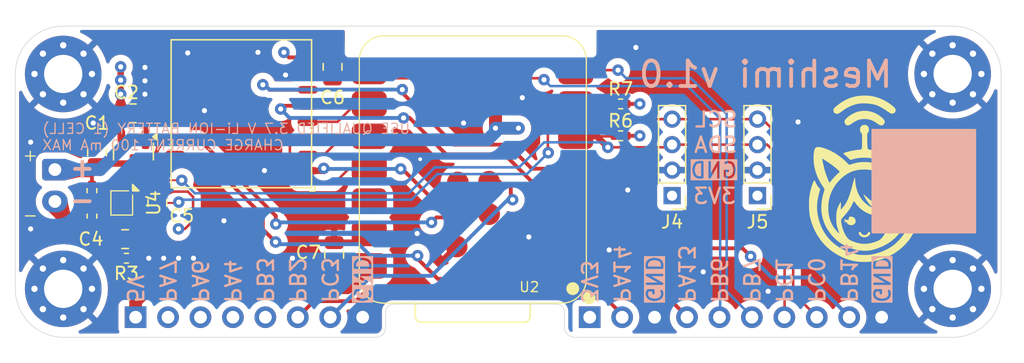
<source format=kicad_pcb>
(kicad_pcb (version 20241229) (generator "pcbnew") (generator_version "9.0")
  (title_block (title "Meshimi") (rev "v1.0"))
  (layers (0 "F.Cu" signal) (4 "In1.Cu" signal) (6 "In2.Cu" signal) (2 "B.Cu" signal) (13 "F.Paste" user) (15 "B.Paste" user) (5 "F.SilkS" user "F.Silkscreen") (7 "B.SilkS" user "B.Silkscreen") (1 "F.Mask" user) (3 "B.Mask" user) (25 "Edge.Cuts" user))
  (net 0 "")
  (net 2 "FLP_DTR")
  (net 4 "FLP_RTS")
  (net 6 "GND")
  (net 7 "+BATT")
  (net 8 "+3V3")
  (net 9 "LORA_SPI_SCK")
  (net 10 "LORA_SPI_MISO")
  (net 11 "LORA_SPI_MOSI")
  (net 12 "LORA_NSS")
  (net 13 "LORA_RST")
  (net 14 "LORA_BUSY")
  (net 15 "LORA_DIO1")
  (net 16 "LORA_RF_SW")
  (net 18 "Net-(U4-CELLX)")
  (net 19 "Net-(U4-REG)")
  (net 20 "-BATT")
  (net 21 "FLP_PA14")
  (net 22 "FLP_I2C_SCL")
  (net 23 "FLP_PA13")
  (net 24 "FLP_RX")
  (net 25 "FLP_I2C_SDA")
  (net 27 "FLP_TX")
  (net 28 "FLP_5V")
  (net 31 "FLP_PB14")
  (footprint "Capacitor_SMD:C_0805_2012Metric" (layer "F.Cu") (at 127.17 107.929 90)
    (property "Reference" "C7")
    (property "Value" "470n")
  )
  (footprint "MountingHole:MountingHole_3mm_Pad_Via" (layer "F.Cu") (at 105.95 110.6)
    (property "Reference" "H3" (hide yes))
    (property "Value" "~")
  )
  (footprint "Fiducial:Fiducial_1mm_Mask2mm" (layer "F.Cu") (at 170.096 110.088)
    (property "Reference" "FID1" (hide yes))
    (property "Value" "Fiducial")
  )
  (footprint "Resistor_SMD:R_0402_1005Metric" (layer "F.Cu") (at 108.2 102.9 90)
    (property "Reference" "R5" (hide yes))
    (property "Value" "300k")
  )
  (footprint "Seeed Studio XIAO Series Library:XIAO-ESP32C6-SMD" (layer "F.Cu") (at 137.8 101.2015 180)
    (property "Reference" "U2")
    (property "Value" "XIAO-ESP32-C6-SMD")
  )
  (footprint "Resistor_SMD:R_0402_1005Metric" (layer "F.Cu") (at 149.6 96.1)
    (property "Reference" "R7")
    (property "Value" "4.7k")
  )
  (footprint "Connector_PinHeader_2.00mm:PinHeader_1x04_P2.00mm_Vertical" (layer "F.Cu") (at 153.63 103.293 180)
    (property "Reference" "J4")
    (property "Value" "Conn_01x04_Socket")
  )
  (footprint "MountingHole:MountingHole_3mm_Pad_Via" (layer "F.Cu") (at 175.6 110.6)
    (property "Reference" "H2" (hide yes))
    (property "Value" "~")
  )
  (footprint "Capacitor_SMD:C_0805_2012Metric" (layer "F.Cu") (at 110.8 106.7 180)
    (property "Reference" "C4")
    (property "Value" "470n")
  )
  (footprint "Connector_PinHeader_2.00mm:PinHeader_1x04_P2.00mm_Vertical" (layer "F.Cu") (at 160.317 103.293 180)
    (property "Reference" "J5")
    (property "Value" "Conn_01x04_Socket")
  )
  (footprint "Resistor_SMD:R_0402_1005Metric" (layer "F.Cu") (at 110.9 108.2)
    (property "Reference" "R3")
    (property "Value" "10m")
  )
  (footprint "Capacitor_SMD:C_0805_2012Metric" (layer "F.Cu") (at 113.327 103.865 -90)
    (property "Reference" "C5")
    (property "Value" "470n")
  )
  (footprint "Resistor_SMD:R_0402_1005Metric" (layer "F.Cu") (at 149.6 98.6)
    (property "Reference" "R6")
    (property "Value" "4.7k")
  )
  (footprint "Package_TO_SOT_SMD:SOT-23" (layer "F.Cu") (at 111.45 99.8375 -90)
    (property "Reference" "U3" (hide yes))
    (property "Value" "XC6206P331MR-G")
  )
  (footprint "Wio-SX1262:Wio-SX1262" (layer "F.Cu") (at 125.4 102.67125 90)
    (property "Reference" "U1" (hide yes))
    (property "Value" "Module:MODULE12P-1.27-11X11.6MM")
  )
  (footprint "Fiducial:Fiducial_1mm_Mask2mm" (layer "F.Cu") (at 118.534 108.056)
    (property "Reference" "FID2" (hide yes))
    (property "Value" "Fiducial")
  )
  (footprint "Fuel Gauge MAX17261:Maxim_WLP-9_1.595x1.415_Layout3x3_P0.4mm_Ball0.27mm_Pad0.25mm_NSMD" (layer "F.Cu") (at 110.533 103.865 -90)
    (property "Reference" "U4")
    (property "Value" "MAX17261xxWL")
  )
  (footprint "MountingHole:MountingHole_3mm_Pad_Via" (layer "F.Cu") (at 105.95 93.75)
    (property "Reference" "H4" (hide yes))
    (property "Value" "~")
  )
  (footprint "Connector_JST:JST_EH_B2B-EH-A_1x02_P2.50mm_Vertical" (layer "F.Cu") (at 105.3 101.25 -90)
    (property "Reference" "J1" (hide yes))
    (property "Value" "~")
  )
  (footprint "Resistor_SMD:R_0402_1005Metric" (layer "F.Cu") (at 108.2 104.9 90)
    (property "Reference" "R4" (hide yes))
    (property "Value" "200k")
  )
  (footprint "Capacitor_SMD:C_0805_2012Metric" (layer "F.Cu") (at 127.043 93.197 -90)
    (property "Reference" "C6")
    (property "Value" "470n")
  )
  (footprint "MountingHole:MountingHole_3mm_Pad_Via" (layer "F.Cu") (at 175.6 93.75)
    (property "Reference" "H1" (hide yes))
    (property "Value" "~")
  )
  (footprint "Capacitor_SMD:C_0805_2012Metric" (layer "F.Cu") (at 111.4 96.8375)
    (property "Reference" "C2")
    (property "Value" "4.7u")
  )
  (footprint "Fiducial:Fiducial_1mm_Mask2mm" (layer "F.Cu") (at 170.096 93.832)
    (property "Reference" "FID3" (hide yes))
    (property "Value" "Fiducial")
  )
  (footprint "Capacitor_SMD:C_0805_2012Metric" (layer "F.Cu") (at 108.6 99.9 90)
    (property "Reference" "C1")
    (property "Value" "1u")
  )
  (footprint "Connector_PinHeader_2.54mm:PinHeader_1x10_P2.54mm_Horizontal" (layer "B.Cu") (at 147.18 112.825 -90)
    (property "Reference" "J2" (hide yes))
    (property "Value" "Conn_01x10_Pin")
  )
  (footprint "Connector_PinHeader_2.54mm:PinHeader_1x08_P2.54mm_Horizontal" (layer "B.Cu") (at 111.62 112.825 -90)
    (property "Reference" "J3" (hide yes))
    (property "Value" "Conn_01x08_Pin")
  )
  (gr_poly (pts (xy 168.801584 96.642699) (xy 168.919746 96.652295) (xy 169.03696 96.668949) (xy 169.153017 96.692611) (xy 169.26771 96.723233) (xy 169.38083 96.760766) (xy 169.49217 96.805161) (xy 169.601522 96.856369) (xy 169.708677 96.914341) (xy 169.813429 96.979029) (xy 169.915568 97.050383) (xy 170.014887 97.128354) (xy 170.062184 97.168737) (xy 170.104672 97.207395) (xy 170.142419 97.244492) (xy 170.17549 97.280191) (xy 170.203953 97.314653) (xy 170.216477 97.331472) (xy 170.227874 97.348043) (xy 170.238151 97.364387) (xy 170.247319 97.380523) (xy 170.255384 97.396473) (xy 170.262355 97.412256) (xy 170.268241 97.427893) (xy 170.27305 97.443405) (xy 170.27679 97.458811) (xy 170.279469 97.474132) (xy 170.281096 97.489389) (xy 170.281679 97.504602) (xy 170.281227 97.51979) (xy 170.279748 97.534976) (xy 170.277249 97.550178) (xy 170.273741 97.565417) (xy 170.26923 97.580714) (xy 170.263725 97.596089) (xy 170.257234 97.611562) (xy 170.249767 97.627154) (xy 170.24133 97.642885) (xy 170.231933 97.658776) (xy 170.222594 97.673056) (xy 170.212768 97.686473) (xy 170.202471 97.699028) (xy 170.191717 97.710718) (xy 170.18052 97.721544) (xy 170.168896 97.731504) (xy 170.156858 97.740597) (xy 170.144421 97.748824) (xy 170.1316 97.756182) (xy 170.118409 97.762672) (xy 170.104863 97.768293) (xy 170.090976 97.773043) (xy 170.076762 97.776922) (xy 170.062237 97.779929) (xy 170.047415 97.782063) (xy 170.03231 97.783324) (xy 170.016936 97.783711) (xy 170.001309 97.783223) (xy 169.985443 97.781859) (xy 169.969352 97.779619) (xy 169.953051 97.776501) (xy 169.936554 97.772505) (xy 169.919877 97.76763) (xy 169.903032 97.761876) (xy 169.886036 97.755241) (xy 169.868902 97.747724) (xy 169.851645 97.739326) (xy 169.83428 97.730045) (xy 169.81682 97.71988) (xy 169.799281 97.70883) (xy 169.781677 97.696896) (xy 169.764023 97.684076) (xy 169.692356 97.631563) (xy 169.622793 97.58324) (xy 169.555043 97.538997) (xy 169.488818 97.498725) (xy 169.423827 97.462313) (xy 169.359782 97.429654) (xy 169.296392 97.400638) (xy 169.233368 97.375154) (xy 169.170421 97.353096) (xy 169.107261 97.334352) (xy 169.043599 97.318813) (xy 168.979144 97.306372) (xy 168.913607 97.296917) (xy 168.8467 97.29034) (xy 168.778131 97.286531) (xy 168.707613 97.285382) (xy 168.636863 97.286556) (xy 168.569097 97.289893) (xy 168.503864 97.295556) (xy 168.440715 97.303706) (xy 168.379199 97.314504) (xy 168.318868 97.328114) (xy 168.259271 97.344695) (xy 168.199958 97.364412) (xy 168.14048 97.387424) (xy 168.080387 97.413894) (xy 168.019229 97.443983) (xy 167.956557 97.477854) (xy 167.89192 97.515669) (xy 167.824868 97.557588) (xy 167.754953 97.603774) (xy 167.681724 97.654389) (xy 167.648261 97.677303) (xy 167.616144 97.69791) (xy 167.58531 97.716224) (xy 167.555693 97.732262) (xy 167.527231 97.746038) (xy 167.499858 97.757569) (xy 167.473512 97.766868) (xy 167.448128 97.773953) (xy 167.423642 97.778837) (xy 167.399991 97.781536) (xy 167.377109 97.782067) (xy 167.354934 97.780443) (xy 167.333402 97.776681) (xy 167.312447 97.770796) (xy 167.292007 97.762802) (xy 167.272018 97.752717) (xy 167.264503 97.74826) (xy 167.257117 97.743419) (xy 167.249866 97.738209) (xy 167.242758 97.732643) (xy 167.235801 97.726735) (xy 167.229001 97.720498) (xy 167.222366 97.713945) (xy 167.215902 97.707091) (xy 167.209617 97.699948) (xy 167.203519 97.692531) (xy 167.19191 97.676928) (xy 167.181133 97.66039) (xy 167.171245 97.643026) (xy 167.162304 97.624943) (xy 167.154368 97.606252) (xy 167.147495 97.58706) (xy 167.141742 97.567477) (xy 167.137166 97.547611) (xy 167.133827 97.52757) (xy 167.132639 97.517519) (xy 167.131781 97.507464) (xy 167.131261 97.49742) (xy 167.131086 97.487401) (xy 167.132795 97.465111) (xy 167.137836 97.44174) (xy 167.146081 97.417381) (xy 167.157402 97.392128) (xy 167.171671 97.366075) (xy 167.18876 97.339315) (xy 167.208542 97.311943) (xy 167.230888 97.28405) (xy 167.255671 97.255732) (xy 167.282762 97.227082) (xy 167.343358 97.169161) (xy 167.411652 97.111034) (xy 167.48662 97.053452) (xy 167.56724 96.997164) (xy 167.652487 96.942918) (xy 167.741338 96.891465) (xy 167.83277 96.843552) (xy 167.925758 96.79993) (xy 168.019278 96.761348) (xy 168.065919 96.74418) (xy 168.112309 96.728554) (xy 168.15832 96.714562) (xy 168.203825 96.702298) (xy 168.32361 96.675871) (xy 168.443486 96.656747) (xy 168.563246 96.644876) (xy 168.682681 96.64021)) (fill yes) (layer "F.SilkS"))
  (gr_poly (pts (xy 168.745146 97.739272) (xy 168.777075 97.743725) (xy 168.807112 97.750599) (xy 168.835274 97.759757) (xy 168.861581 97.771064) (xy 168.886054 97.784383) (xy 168.908711 97.79958) (xy 168.929572 97.816516) (xy 168.948656 97.835058) (xy 168.965983 97.855068) (xy 168.981572 97.876411) (xy 168.995442 97.89895) (xy 169.007614 97.92255) (xy 169.018106 97.947074) (xy 169.026939 97.972388) (xy 169.03413 97.998353) (xy 169.039701 98.024836) (xy 169.04367 98.051699) (xy 169.046056 98.078806) (xy 169.04688 98.106022) (xy 169.046161 98.133211) (xy 169.043918 98.160236) (xy 169.04017 98.186962) (xy 169.034937 98.213253) (xy 169.028239 98.238972) (xy 169.020094 98.263983) (xy 169.010524 98.288151) (xy 168.999545 98.31134) (xy 168.98718 98.333413) (xy 168.973445 98.354235) (xy 168.958362 98.373669) (xy 168.94195 98.39158) (xy 168.938875 98.394684) (xy 168.935954 98.397755) (xy 168.933187 98.40091) (xy 168.930572 98.404266) (xy 168.929321 98.406057) (xy 168.928108 98.407941) (xy 168.926932 98.409935) (xy 168.925793 98.412052) (xy 168.924692 98.414308) (xy 168.923628 98.416716) (xy 168.9226 98.419293) (xy 168.921609 98.422051) (xy 168.920655 98.425007) (xy 168.919736 98.428174) (xy 168.918854 98.431567) (xy 168.918008 98.435201) (xy 168.917198 98.439091) (xy 168.916424 98.443251) (xy 168.914981 98.452441) (xy 168.913679 98.462887) (xy 168.912517 98.474707) (xy 168.911493 98.488019) (xy 168.910607 98.50294) (xy 168.909856 98.519586) (xy 168.909239 98.538076) (xy 168.908756 98.558526) (xy 168.908405 98.581054) (xy 168.908185 98.605777) (xy 168.908094 98.632813) (xy 168.908131 98.662278) (xy 168.908295 98.69429) (xy 168.908585 98.728965) (xy 168.908999 98.766423) (xy 168.910196 98.850151) (xy 168.911875 98.946412) (xy 168.914026 99.056143) (xy 168.918416 99.257704) (xy 168.921061 99.339367) (xy 168.924596 99.409535) (xy 168.929461 99.469143) (xy 168.936098 99.519128) (xy 168.94495 99.560427) (xy 168.950345 99.578112) (xy 168.956458 99.593976) (xy 168.963346 99.608137) (xy 168.971064 99.620712) (xy 168.979667 99.631817) (xy 168.98921 99.641571) (xy 168.999748 99.650089) (xy 169.011337 99.657489) (xy 169.024032 99.663889) (xy 169.037888 99.669404) (xy 169.069303 99.678252) (xy 169.106025 99.684969) (xy 169.197157 99.695757) (xy 169.366912 99.717723) (xy 169.548027 99.748293) (xy 169.731287 99.785177) (xy 169.907481 99.826084) (xy 170.067395 99.868724) (xy 170.201817 99.910808) (xy 170.256589 99.930925) (xy 170.301533 99.950045) (xy 170.335499 99.96788) (xy 170.357333 99.984146) (xy 170.35809 99.985286) (xy 170.358422 99.986754) (xy 170.358338 99.988539) (xy 170.357846 99.990632) (xy 170.356955 99.993024) (xy 170.355676 99.995705) (xy 170.354016 99.998664) (xy 170.351985 100.001893) (xy 170.346846 100.009119) (xy 170.340332 100.017307) (xy 170.332516 100.026379) (xy 170.323469 100.036258) (xy 170.313266 100.046865) (xy 170.301977 100.058125) (xy 170.289677 100.069959) (xy 170.276438 100.082289) (xy 170.262332 100.09504) (xy 170.247433 100.108133) (xy 170.231812 100.121491) (xy 170.215543 100.135037) (xy 170.180931 100.163942) (xy 170.144124 100.195521) (xy 170.106251 100.228753) (xy 170.068439 100.262617) (xy 170.031818 100.296092) (xy 169.997517 100.328157) (xy 169.966663 100.35779) (xy 169.940385 100.383972) (xy 169.920182 100.40454) (xy 169.902195 100.422456) (xy 169.885956 100.437809) (xy 169.878347 100.444552) (xy 169.870999 100.450688) (xy 169.863854 100.456227) (xy 169.856855 100.461181) (xy 169.849942 100.46556) (xy 169.843057 100.469377) (xy 169.836142 100.472641) (xy 169.829139 100.475364) (xy 169.821988 100.477558) (xy 169.814632 100.479232) (xy 169.807011 100.480399) (xy 169.799068 100.481069) (xy 169.790745 100.481254) (xy 169.781982 100.480964) (xy 169.772721 100.480211) (xy 169.762905 100.479005) (xy 169.752473 100.477358) (xy 169.741369 100.475281) (xy 169.716908 100.469881) (xy 169.689054 100.462893) (xy 169.621297 100.44451) (xy 169.50327 100.414194) (xy 169.384128 100.387942) (xy 169.264154 100.365754) (xy 169.143632 100.347628) (xy 169.022847 100.333566) (xy 168.902083 100.323566) (xy 168.781623 100.317628) (xy 168.661752 100.315752) (xy 168.542753 100.317937) (xy 168.424911 100.324183) (xy 168.30851 100.334489) (xy 168.193833 100.348856) (xy 168.081165 100.367283) (xy 167.97079 100.389769) (xy 167.862992 100.416314) (xy 167.758054 100.446918) (xy 167.701905 100.464399) (xy 167.678841 100.471114) (xy 167.658607 100.476401) (xy 167.640825 100.480203) (xy 167.625113 100.482462) (xy 167.617914 100.482995) (xy 167.61109 100.48312) (xy 167.604593 100.482831) (xy 167.598376 100.48212) (xy 167.59239 100.480979) (xy 167.586588 100.479403) (xy 167.580924 100.477382) (xy 167.575348 100.474911) (xy 167.569814 100.471982) (xy 167.564273 100.468588) (xy 167.552984 100.460375) (xy 167.541098 100.450215) (xy 167.528235 100.438049) (xy 167.498056 100.407469) (xy 167.498056 100.40747) (xy 167.498055 100.40747) (xy 167.498055 100.407471) (xy 167.498054 100.407471) (xy 167.475935 100.385349) (xy 167.447656 100.358043) (xy 167.414382 100.326629) (xy 167.377278 100.29218) (xy 167.296244 100.218478) (xy 167.254645 100.181372) (xy 167.213879 100.14553) (xy 167.150073 100.08969) (xy 167.124549 100.066975) (xy 167.103047 100.047337) (xy 167.085393 100.030482) (xy 167.071415 100.016115) (xy 167.060939 100.003942) (xy 167.056961 99.998586) (xy 167.053793 99.993668) (xy 167.051414 99.989152) (xy 167.049802 99.984999) (xy 167.048936 99.981175) (xy 167.048795 99.977641) (xy 167.049355 99.974362) (xy 167.050597 99.9713) (xy 167.052498 99.968418) (xy 167.055036 99.965679) (xy 167.05819 99.963048) (xy 167.061939 99.960486) (xy 167.071132 99.955426) (xy 167.095698 99.944527) (xy 167.147402 99.923978) (xy 167.205788 99.903206) (xy 167.339377 99.861697) (xy 167.490018 99.821407) (xy 167.65126 99.783745) (xy 167.816655 99.750117) (xy 167.979753 99.721931) (xy 168.134105 99.700595) (xy 168.205986 99.692936) (xy 168.273263 99.687517) (xy 168.314355 99.684672) (xy 168.350318 99.681257) (xy 168.366483 99.679046) (xy 168.381493 99.676342) (xy 168.395393 99.673032) (xy 168.408223 99.668998) (xy 168.420028 99.664124) (xy 168.43085 99.658294) (xy 168.440731 99.651393) (xy 168.449715 99.643303) (xy 168.457843 99.633908) (xy 168.46516 99.623093) (xy 168.471707 99.610742) (xy 168.477528 99.596737) (xy 168.482664 99.580964) (xy 168.487159 99.563305) (xy 168.491056 99.543645) (xy 168.494398 99.521867) (xy 168.497226 99.497855) (xy 168.499584 99.471494) (xy 168.501515 99.442666) (xy 168.503061 99.411257) (xy 168.505169 99.340226) (xy 168.506252 99.257472) (xy 168.506708 99.053077) (xy 168.505707 98.702654) (xy 168.503667 98.591115) (xy 168.499898 98.512652) (xy 168.497201 98.483627) (xy 168.493875 98.460235) (xy 168.489853 98.441597) (xy 168.485071 98.426834) (xy 168.479462 98.415069) (xy 168.47296 98.405421) (xy 168.457015 98.388966) (xy 168.441043 98.373767) (xy 168.426356 98.358225) (xy 168.412937 98.342292) (xy 168.400771 98.325925) (xy 168.389841 98.309076) (xy 168.380131 98.291702) (xy 168.371625 98.273756) (xy 168.364307 98.255194) (xy 168.358161 98.235969) (xy 168.35317 98.216037) (xy 168.349319 98.195351) (xy 168.34659 98.173867) (xy 168.344969 98.15154) (xy 168.344438 98.128323) (xy 168.344982 98.104171) (xy 168.346585 98.07904) (xy 168.348595 98.059458) (xy 168.351331 98.040342) (xy 168.35478 98.021702) (xy 168.358932 98.00355) (xy 168.363774 97.985896) (xy 168.369294 97.968751) (xy 168.375479 97.952127) (xy 168.382319 97.936033) (xy 168.3898 97.920482) (xy 168.397911 97.905483) (xy 168.406639 97.891048) (xy 168.415974 97.877187) (xy 168.425901 97.863912) (xy 168.436411 97.851233) (xy 168.44749 97.839161) (xy 168.459126 97.827707) (xy 168.471308 97.816882) (xy 168.484023 97.806697) (xy 168.49726 97.797162) (xy 168.511006 97.788289) (xy 168.525249 97.780089) (xy 168.539978 97.772572) (xy 168.55518 97.765749) (xy 168.570842 97.759631) (xy 168.586954 97.754229) (xy 168.603504 97.749554) (xy 168.620478 97.745616) (xy 168.637865 97.742428) (xy 168.655653 97.739998) (xy 168.67383 97.738339) (xy 168.692384 97.737462) (xy 168.711303 97.737376)) (fill yes) (layer "F.SilkS"))
  (gr_poly (pts (xy 169.063605 106.134237) (xy 169.070722 106.134958) (xy 169.077718 106.136327) (xy 169.084557 106.138336) (xy 169.091205 106.140977) (xy 169.097627 106.144242) (xy 169.10379 106.148122) (xy 169.109657 106.152608) (xy 169.115196 106.157692) (xy 169.12037 106.163366) (xy 169.125147 106.169621) (xy 169.129491 106.176449) (xy 169.133367 106.183842) (xy 169.136742 106.19179) (xy 169.139581 106.200286) (xy 169.141849 106.209321) (xy 169.143512 106.218887) (xy 169.144535 106.228975) (xy 169.144883 106.239576) (xy 169.144224 106.25429) (xy 169.142275 106.268998) (xy 169.139078 106.283669) (xy 169.134677 106.298274) (xy 169.129114 106.312781) (xy 169.122432 106.327162) (xy 169.114674 106.341386) (xy 169.105881 106.355422) (xy 169.096098 106.36924) (xy 169.085366 106.38281) (xy 169.073729 106.396102) (xy 169.061229 106.409086) (xy 169.047909 106.42173) (xy 169.033811 106.434006) (xy 169.018979 106.445883) (xy 169.003454 106.457331) (xy 168.98728 106.468319) (xy 168.9705 106.478817) (xy 168.953155 106.488795) (xy 168.93529 106.498223) (xy 168.916946 106.50707) (xy 168.898166 106.515307) (xy 168.878993 106.522902) (xy 168.85947 106.529827) (xy 168.839639 106.53605) (xy 168.819543 106.541541) (xy 168.799226 106.546271) (xy 168.778728 106.550208) (xy 168.758094 106.553323) (xy 168.737366 106.555585) (xy 168.716586 106.556965) (xy 168.695798 106.557432) (xy 168.678272 106.557241) (xy 168.661292 106.556664) (xy 168.644816 106.55569) (xy 168.628801 106.554309) (xy 168.613206 106.552512) (xy 168.597987 106.550289) (xy 168.583104 106.54763) (xy 168.568512 106.544526) (xy 168.554171 106.540967) (xy 168.540038 106.536943) (xy 168.526071 106.532444) (xy 168.512228 106.527461) (xy 168.498465 106.521984) (xy 168.484742 106.516002) (xy 168.471016 106.509508) (xy 168.457245 106.50249) (xy 168.457246 106.502491) (xy 168.441616 106.493857) (xy 168.426446 106.484702) (xy 168.411754 106.475063) (xy 168.39756 106.46498) (xy 168.383883 106.45449) (xy 168.370743 106.443631) (xy 168.35816 106.432441) (xy 168.346151 106.420959) (xy 168.334738 106.409222) (xy 168.323939 106.397269) (xy 168.313774 106.385137) (xy 168.304262 106.372865) (xy 168.295422 106.36049) (xy 168.287274 106.348052) (xy 168.279838 106.335587) (xy 168.273132 106.323134) (xy 168.267176 106.31073) (xy 168.26199 106.298415) (xy 168.257592 106.286226) (xy 168.254003 106.274201) (xy 168.251241 106.262378) (xy 168.249327 106.250796) (xy 168.248278 106.239492) (xy 168.248116 106.228504) (xy 168.248859 106.217871) (xy 168.250526 106.20763) (xy 168.253137 106.19782) (xy 168.256712 106.188479) (xy 168.261269 106.179644) (xy 168.266828 106.171354) (xy 168.273409 106.163647) (xy 168.281031 106.156561) (xy 168.285767 106.152847) (xy 168.290581 106.149495) (xy 168.295463 106.146503) (xy 168.300406 106.143867) (xy 168.3054 106.141586) (xy 168.310437 106.139656) (xy 168.315509 106.138074) (xy 168.320607 106.136839) (xy 168.325722 106.135946) (xy 168.330846 106.135394) (xy 168.335971 106.135179) (xy 168.341086 106.135299) (xy 168.346185 106.135752) (xy 168.351259 106.136533) (xy 168.356299 106.137642) (xy 168.361296 106.139074) (xy 168.366241 106.140827) (xy 168.371128 106.142899) (xy 168.375945 106.145286) (xy 168.380686 106.147986) (xy 168.385342 106.150997) (xy 168.389904 106.154315) (xy 168.394363 106.157937) (xy 168.39871 106.161862) (xy 168.402939 106.166085) (xy 168.407039 106.170606) (xy 168.411002 106.175419) (xy 168.41482 106.180524) (xy 168.418483 106.185917) (xy 168.421985 106.191595) (xy 168.425315 106.197556) (xy 168.428465 106.203798) (xy 168.43935 106.225096) (xy 168.450905 106.24495) (xy 168.463151 106.263373) (xy 168.469538 106.272052) (xy 168.476106 106.280378) (xy 168.482855 106.288353) (xy 168.489789 106.295977) (xy 168.49691 106.303254) (xy 168.504221 106.310184) (xy 168.511723 106.316769) (xy 168.519419 106.32301) (xy 168.527313 106.32891) (xy 168.535405 106.334469) (xy 168.543699 106.33969) (xy 168.552196 106.344573) (xy 168.560901 106.349121) (xy 168.569813 106.353335) (xy 168.578937 106.357217) (xy 168.588275 106.360768) (xy 168.597828 106.36399) (xy 168.6076 106.366884) (xy 168.617593 106.369452) (xy 168.627809 106.371696) (xy 168.638251 106.373617) (xy 168.64892 106.375217) (xy 168.670954 106.37746) (xy 168.693928 106.378437) (xy 168.717154 106.378125) (xy 168.739398 106.376468) (xy 168.760699 106.373439) (xy 168.781099 106.36901) (xy 168.800639 106.363156) (xy 168.819359 106.355848) (xy 168.8373 106.347062) (xy 168.854503 106.336769) (xy 168.871009 106.324943) (xy 168.886859 106.311557) (xy 168.902094 106.296584) (xy 168.916754 106.279998) (xy 168.93088 106.261771) (xy 168.944513 106.241877) (xy 168.957695 106.22029) (xy 168.970465 106.196982) (xy 168.975668 106.187736) (xy 168.981232 106.179256) (xy 168.987123 106.171535) (xy 168.993305 106.164564) (xy 168.999746 106.158334) (xy 169.006409 106.152837) (xy 169.013261 106.148065) (xy 169.020267 106.144008) (xy 169.027392 106.14066) (xy 169.034603 106.138011) (xy 169.041864 106.136052) (xy 169.049141 106.134776) (xy 169.056399 106.134174)) (fill yes) (layer "F.SilkS"))
  (gr_poly (pts (xy 167.652543 104.931955) (xy 167.669854 104.933305) (xy 167.6872 104.935589) (xy 167.704532 104.938781) (xy 167.721804 104.942858) (xy 167.73897 104.947793) (xy 167.755981 104.953564) (xy 167.772791 104.960143) (xy 167.789352 104.967507) (xy 167.805619 104.975632) (xy 167.821542 104.984491) (xy 167.837077 104.99406) (xy 167.852174 105.004315) (xy 167.866788 105.015231) (xy 167.880872 105.026782) (xy 167.894377 105.038944) (xy 167.907258 105.051692) (xy 167.919467 105.065001) (xy 167.930956 105.078846) (xy 167.94168 105.093203) (xy 167.951591 105.108047) (xy 167.960641 105.123353) (xy 167.968784 105.139095) (xy 167.975973 105.15525) (xy 167.98216 105.171792) (xy 167.987299 105.188697) (xy 167.993831 105.216705) (xy 167.998246 105.244148) (xy 168.000609 105.270976) (xy 168.000986 105.297141) (xy 167.999442 105.322597) (xy 167.996043 105.347293) (xy 167.990856 105.371183) (xy 167.983947 105.394217) (xy 167.97538 105.416348) (xy 167.965222 105.437528) (xy 167.953538 105.457708) (xy 167.940396 105.476841) (xy 167.92586 105.494877) (xy 167.909996 105.51177) (xy 167.89287 105.52747) (xy 167.874548 105.541929) (xy 167.855096 105.555101) (xy 167.83458 105.566935) (xy 167.813065 105.577384) (xy 167.790617 105.586401) (xy 167.767303 105.593936) (xy 167.743188 105.599942) (xy 167.718338 105.60437) (xy 167.692819 105.607172) (xy 167.666696 105.6083) (xy 167.640036 105.607706) (xy 167.612904 105.605342) (xy 167.585366 105.60116) (xy 167.557488 105.59511) (xy 167.529337 105.587146) (xy 167.500977 105.57722) (xy 167.472474 105.565281) (xy 167.472473 105.565283) (xy 167.460847 105.559734) (xy 167.449376 105.553722) (xy 167.438092 105.547273) (xy 167.427026 105.540414) (xy 167.416208 105.533172) (xy 167.405668 105.525573) (xy 167.395439 105.517643) (xy 167.385551 105.50941) (xy 167.376034 105.500899) (xy 167.36692 105.492138) (xy 167.358239 105.483153) (xy 167.350022 105.473971) (xy 167.3423 105.464618) (xy 167.335104 105.455122) (xy 167.328465 105.445507) (xy 167.322413 105.435802) (xy 167.303925 105.404323) (xy 167.296423 105.391851) (xy 167.289783 105.381424) (xy 167.283779 105.372944) (xy 167.280945 105.369403) (xy 167.278186 105.366311) (xy 167.275474 105.363657) (xy 167.27278 105.361426) (xy 167.270077 105.359608) (xy 167.267336 105.358189) (xy 167.264528 105.357158) (xy 167.261627 105.356502) (xy 167.258603 105.356208) (xy 167.255429 105.356264) (xy 167.252077 105.356657) (xy 167.248518 105.357376) (xy 167.244724 105.358407) (xy 167.240668 105.359739) (xy 167.231654 105.363253) (xy 167.221251 105.36782) (xy 167.195377 105.379713) (xy 167.186945 105.38344) (xy 167.179078 105.386671) (xy 167.171738 105.389404) (xy 167.164885 105.391641) (xy 167.158483 105.39338) (xy 167.152492 105.394623) (xy 167.146875 105.395368) (xy 167.141592 105.395617) (xy 167.136607 105.395368) (xy 167.13188 105.394623) (xy 167.127374 105.39338) (xy 167.12305 105.391641) (xy 167.11887 105.389404) (xy 167.114796 105.386671) (xy 167.110789 105.38344) (xy 167.106811 105.379713) (xy 167.103102 105.375906) (xy 167.099929 105.372429) (xy 167.097294 105.36927) (xy 167.09618 105.367806) (xy 167.095202 105.366418) (xy 167.094359 105.365102) (xy 167.093653 105.363859) (xy 167.093084 105.362685) (xy 167.092652 105.361581) (xy 167.092358 105.360544) (xy 167.092201 105.359573) (xy 167.092183 105.358667) (xy 167.092303 105.357823) (xy 167.092562 105.35704) (xy 167.09296 105.356317) (xy 167.093498 105.355653) (xy 167.094177 105.355045) (xy 167.094995 105.354493) (xy 167.095954 105.353994) (xy 167.097054 105.353548) (xy 167.098296 105.353152) (xy 167.099679 105.352805) (xy 167.101204 105.352506) (xy 167.102872 105.352254) (xy 167.104683 105.352046) (xy 167.108734 105.351757) (xy 167.113361 105.351629) (xy 167.117031 105.35148) (xy 167.120951 105.351113) (xy 167.125083 105.350539) (xy 167.129394 105.349769) (xy 167.133847 105.348814) (xy 167.138409 105.347686) (xy 167.143042 105.346398) (xy 167.147713 105.344959) (xy 167.152385 105.343381) (xy 167.157024 105.341676) (xy 167.161594 105.339856) (xy 167.16606 105.337931) (xy 167.170387 105.335913) (xy 167.174539 105.333814) (xy 167.178481 105.331644) (xy 167.182178 105.329417) (xy 167.184737 105.327748) (xy 167.187093 105.326101) (xy 167.189246 105.324469) (xy 167.191191 105.322846) (xy 167.192926 105.321226) (xy 167.194449 105.319602) (xy 167.195757 105.317968) (xy 167.196847 105.316319) (xy 167.197716 105.314647) (xy 167.198363 105.312946) (xy 167.198784 105.311211) (xy 167.198976 105.309435) (xy 167.198938 105.307612) (xy 167.198665 105.305735) (xy 167.198156 105.303798) (xy 167.197408 105.301796) (xy 167.196419 105.299721) (xy 167.195185 105.297567) (xy 167.193704 105.295329) (xy 167.191973 105.293) (xy 167.18999 105.290574) (xy 167.187752 105.288044) (xy 167.185256 105.285405) (xy 167.1825 105.282649) (xy 167.179481 105.279771) (xy 167.176196 105.276765) (xy 167.172643 105.273624) (xy 167.168819 105.270343) (xy 167.160347 105.263331) (xy 167.150759 105.25568) (xy 167.140572 105.247568) (xy 167.131615 105.240186) (xy 167.123858 105.233455) (xy 167.117272 105.227296) (xy 167.11441 105.224408) (xy 167.111829 105.221632) (xy 167.109527 105.218961) (xy 167.107499 105.216384) (xy 167.105743 105.213891) (xy 167.104254 105.211473) (xy 167.10303 105.209119) (xy 167.102065 105.206821) (xy 167.101358 105.204567) (xy 167.100903 105.202348) (xy 167.100698 105.200155) (xy 167.100739 105.197977) (xy 167.101023 105.195805) (xy 167.101545 105.193629) (xy 167.102302 105.19144) (xy 167.103291 105.189226) (xy 167.104508 105.186979) (xy 167.105949 105.184688) (xy 167.10761 105.182345) (xy 167.109489 105.179938) (xy 167.113884 105.174896) (xy 167.119103 105.169485) (xy 167.121886 105.166765) (xy 167.124624 105.164227) (xy 167.127334 105.161872) (xy 167.130034 105.159702) (xy 167.132741 105.157717) (xy 167.135473 105.155918) (xy 167.138247 105.154306) (xy 167.14108 105.152882) (xy 167.143991 105.151647) (xy 167.146996 105.150601) (xy 167.150114 105.149746) (xy 167.153361 105.149083) (xy 167.156754 105.148612) (xy 167.160312 105.148334) (xy 167.164052 105.148251) (xy 167.167991 105.148362) (xy 167.172148 105.14867) (xy 167.176538 105.149175) (xy 167.18118 105.149877) (xy 167.186091 105.150779) (xy 167.191289 105.15188) (xy 167.19679 105.153181) (xy 167.202614 105.154684) (xy 167.208776 105.15639) (xy 167.222187 105.160411) (xy 167.237164 105.165253) (xy 167.253847 105.170923) (xy 167.272374 105.177428) (xy 167.298759 105.186277) (xy 167.322891 105.193237) (xy 167.344846 105.198264) (xy 167.35503 105.200039) (xy 167.364699 105.201316) (xy 167.373862 105.202087) (xy 167.382528 105.202349) (xy 167.390706 105.202096) (xy 167.398407 105.201323) (xy 167.405639 105.200023) (xy 167.412413 105.198193) (xy 167.418737 105.195825) (xy 167.424622 105.192916) (xy 167.430076 105.18946) (xy 167.43511 105.185452) (xy 167.439732 105.180885) (xy 167.443953 105.175756) (xy 167.447781 105.170057) (xy 167.451227 105.163785) (xy 167.454299 105.156934) (xy 167.457007 105.149499) (xy 167.459362 105.141473) (xy 167.461371 105.132852) (xy 167.463046 105.123631) (xy 167.464394 105.113804) (xy 167.466152 105.092311) (xy 167.466721 105.068331) (xy 167.466848 105.05476) (xy 167.467269 105.042475) (xy 167.468039 105.031378) (xy 167.469219 105.021371) (xy 167.470865 105.012356) (xy 167.47188 105.00819) (xy 167.473034 105.004236) (xy 167.474334 105.000481) (xy 167.475786 104.996913) (xy 167.477398 104.993519) (xy 167.479178 104.990288) (xy 167.481131 104.987208) (xy 167.483267 104.984266) (xy 167.485591 104.981449) (xy 167.488111 104.978747) (xy 167.490834 104.976146) (xy 167.493768 104.973634) (xy 167.500297 104.968829) (xy 167.507754 104.964235) (xy 167.516197 104.959753) (xy 167.525685 104.955286) (xy 167.536275 104.950737) (xy 167.552029 104.944856) (xy 167.568147 104.940082) (xy 167.584582 104.93639) (xy 167.601285 104.933757) (xy 167.618212 104.932156) (xy 167.635313 104.931564)) (fill yes) (layer "F.SilkS"))
  (gr_poly (pts (xy 169.857908 104.936926) (xy 169.877713 104.938969) (xy 169.896492 104.9422) (xy 169.914028 104.946648) (xy 169.930104 104.952342) (xy 169.93996 104.9566) (xy 169.948812 104.960839) (xy 169.952878 104.962979) (xy 169.956712 104.965148) (xy 169.96032 104.967357) (xy 169.963709 104.969617) (xy 169.966886 104.971939) (xy 169.969856 104.974335) (xy 169.972625 104.976816) (xy 169.975201 104.979393) (xy 169.977589 104.982077) (xy 169.979797 104.984879) (xy 169.981829 104.987811) (xy 169.983693 104.990884) (xy 169.985395 104.994109) (xy 169.986941 104.997497) (xy 169.988338 105.001059) (xy 169.989592 105.004807) (xy 169.990709 105.008751) (xy 169.991695 105.012904) (xy 169.992558 105.017275) (xy 169.993303 105.021878) (xy 169.993936 105.026721) (xy 169.994464 105.031818) (xy 169.995231 105.042813) (xy 169.995654 105.054955) (xy 169.995784 105.068331) (xy 169.996353 105.092311) (xy 169.997079 105.103366) (xy 169.998111 105.113804) (xy 169.99946 105.123631) (xy 170.001134 105.132852) (xy 170.003144 105.141473) (xy 170.005498 105.149499) (xy 170.008207 105.156934) (xy 170.011279 105.163785) (xy 170.014725 105.170057) (xy 170.018553 105.175756) (xy 170.022774 105.180885) (xy 170.027396 105.185452) (xy 170.03243 105.18946) (xy 170.037884 105.192916) (xy 170.043769 105.195825) (xy 170.050093 105.198193) (xy 170.056867 105.200023) (xy 170.064099 105.201323) (xy 170.0718 105.202096) (xy 170.079979 105.202349) (xy 170.088645 105.202087) (xy 170.097807 105.201316) (xy 170.107476 105.200039) (xy 170.117661 105.198264) (xy 170.128371 105.195995) (xy 170.139616 105.193237) (xy 170.163748 105.186277) (xy 170.190133 105.177428) (xy 170.225342 105.165253) (xy 170.240319 105.160411) (xy 170.25373 105.15639) (xy 170.265715 105.153181) (xy 170.276415 105.150779) (xy 170.285968 105.149175) (xy 170.294514 105.148362) (xy 170.302193 105.148334) (xy 170.309145 105.149083) (xy 170.315509 105.150601) (xy 170.321425 105.152882) (xy 170.327033 105.155918) (xy 170.332472 105.159702) (xy 170.337882 105.164227) (xy 170.343403 105.169485) (xy 170.348623 105.174897) (xy 170.350925 105.177459) (xy 170.353018 105.179939) (xy 170.354896 105.182345) (xy 170.356558 105.184689) (xy 170.357999 105.18698) (xy 170.359216 105.189227) (xy 170.360205 105.19144) (xy 170.360962 105.19363) (xy 170.361484 105.195806) (xy 170.361768 105.197978) (xy 170.361809 105.200156) (xy 170.361604 105.202349) (xy 170.361149 105.204568) (xy 170.360442 105.206821) (xy 170.359477 105.20912) (xy 170.358253 105.211474) (xy 170.356764 105.213892) (xy 170.355008 105.216385) (xy 170.35298 105.218962) (xy 170.350678 105.221633) (xy 170.348097 105.224408) (xy 170.345235 105.227297) (xy 170.342086 105.230309) (xy 170.338649 105.233455) (xy 170.330892 105.240186) (xy 170.321935 105.247568) (xy 170.311748 105.25568) (xy 170.30216 105.263331) (xy 170.293688 105.270342) (xy 170.28631 105.276765) (xy 170.280006 105.282649) (xy 170.274754 105.288044) (xy 170.272516 105.290573) (xy 170.270533 105.293) (xy 170.268802 105.295329) (xy 170.267321 105.297567) (xy 170.266087 105.29972) (xy 170.265098 105.301795) (xy 170.26435 105.303797) (xy 170.263841 105.305734) (xy 170.263568 105.307611) (xy 170.26353 105.309434) (xy 170.263722 105.311211) (xy 170.264143 105.312946) (xy 170.264789 105.314646) (xy 170.265659 105.316318) (xy 170.266749 105.317968) (xy 170.268057 105.319601) (xy 170.269579 105.321225) (xy 170.271315 105.322845) (xy 170.27326 105.324469) (xy 170.275412 105.326101) (xy 170.280327 105.329417) (xy 170.284023 105.331644) (xy 170.287965 105.333813) (xy 170.292117 105.335912) (xy 170.296444 105.337929) (xy 170.30091 105.339853) (xy 170.30548 105.341673) (xy 170.310119 105.343378) (xy 170.314791 105.344955) (xy 170.319462 105.346393) (xy 170.324096 105.347682) (xy 170.328657 105.348809) (xy 170.333111 105.349764) (xy 170.337421 105.350535) (xy 170.341554 105.35111) (xy 170.345473 105.351479) (xy 170.349143 105.351629) (xy 170.35377 105.351757) (xy 170.357822 105.352046) (xy 170.359632 105.352254) (xy 170.3613 105.352506) (xy 170.362826 105.352805) (xy 170.364209 105.353152) (xy 170.365451 105.353548) (xy 170.366551 105.353994) (xy 170.36751 105.354493) (xy 170.368328 105.355045) (xy 170.369006 105.355653) (xy 170.369545 105.356317) (xy 170.369943 105.35704) (xy 170.370202 105.357823) (xy 170.370322 105.358667) (xy 170.370304 105.359573) (xy 170.370147 105.360544) (xy 170.369853 105.361581) (xy 170.369421 105.362685) (xy 170.368852 105.363859) (xy 170.368146 105.365102) (xy 170.367303 105.366418) (xy 170.366325 105.367806) (xy 170.36521 105.36927) (xy 170.362576 105.372429) (xy 170.359403 105.375906) (xy 170.355693 105.379713) (xy 170.353706 105.381639) (xy 170.351716 105.38344) (xy 170.349718 105.385118) (xy 170.347709 105.386671) (xy 170.345682 105.3881) (xy 170.343634 105.389404) (xy 170.34156 105.390585) (xy 170.339454 105.391641) (xy 170.337312 105.392573) (xy 170.33513 105.39338) (xy 170.332902 105.394064) (xy 170.330624 105.394623) (xy 170.328291 105.395058) (xy 170.325897 105.395368) (xy 170.323439 105.395555) (xy 170.320912 105.395617) (xy 170.318311 105.395555) (xy 170.31563 105.395368) (xy 170.312866 105.395058) (xy 170.310013 105.394623) (xy 170.307067 105.394064) (xy 170.304022 105.39338) (xy 170.300875 105.392573) (xy 170.29762 105.391641) (xy 170.290768 105.389404) (xy 170.283428 105.386671) (xy 170.275561 105.38344) (xy 170.26713 105.379713) (xy 170.241256 105.36782) (xy 170.230852 105.363253) (xy 170.221838 105.359739) (xy 170.217781 105.358407) (xy 170.213988 105.357376) (xy 170.210428 105.356657) (xy 170.207076 105.356264) (xy 170.203902 105.356208) (xy 170.200878 105.356502) (xy 170.197977 105.357158) (xy 170.19517 105.358189) (xy 170.192428 105.359608) (xy 170.189725 105.361426) (xy 170.187031 105.363657) (xy 170.184318 105.366311) (xy 170.18156 105.369403) (xy 170.178726 105.372944) (xy 170.175789 105.376947) (xy 170.172722 105.381424) (xy 170.166082 105.391851) (xy 170.15858 105.404323) (xy 170.140092 105.435802) (xy 170.130891 105.450279) (xy 170.120721 105.464217) (xy 170.109634 105.477601) (xy 170.097682 105.490419) (xy 170.084917 105.502657) (xy 170.071393 105.514303) (xy 170.057161 105.525343) (xy 170.042274 105.535764) (xy 170.026785 105.545553) (xy 170.010745 105.554696) (xy 169.994207 105.56318) (xy 169.977225 105.570993) (xy 169.959849 105.57812) (xy 169.942133 105.584548) (xy 169.924129 105.590265) (xy 169.905889 105.595257) (xy 169.887466 105.599511) (xy 169.868912 105.603014) (xy 169.850281 105.605752) (xy 169.831623 105.607712) (xy 169.812992 105.608881) (xy 169.79444 105.609246) (xy 169.776019 105.608794) (xy 169.757782 105.607511) (xy 169.739781 105.605384) (xy 169.72207 105.6024) (xy 169.704699 105.598545) (xy 169.687722 105.593807) (xy 169.671191 105.588172) (xy 169.655159 105.581627) (xy 169.639677 105.574159) (xy 169.624799 105.565755) (xy 169.6248 105.565755) (xy 169.605305 105.553038) (xy 169.587052 105.539452) (xy 169.570039 105.525051) (xy 169.554268 105.509889) (xy 169.53974 105.494019) (xy 169.526455 105.477496) (xy 169.514413 105.460372) (xy 169.503615 105.442702) (xy 169.494062 105.424539) (xy 169.485754 105.405937) (xy 169.478691 105.38695) (xy 169.472874 105.367632) (xy 169.468305 105.348035) (xy 169.464982 105.328215) (xy 169.462907 105.308224) (xy 169.462081 105.288116) (xy 169.462503 105.267946) (xy 169.464175 105.247766) (xy 169.467097 105.227631) (xy 169.471269 105.207594) (xy 169.476692 105.187709) (xy 169.483367 105.168029) (xy 169.491294 105.148609) (xy 169.500474 105.129502) (xy 169.510906 105.110762) (xy 169.522593 105.092443) (xy 169.535533 105.074597) (xy 169.549729 105.05728) (xy 169.565179 105.040544) (xy 169.581886 105.024444) (xy 169.599849 105.009033) (xy 169.619069 104.994365) (xy 169.634288 104.984443) (xy 169.65108 104.975357) (xy 169.669231 104.967136) (xy 169.688522 104.95981) (xy 169.708736 104.953409) (xy 169.729659 104.94796) (xy 169.751071 104.943494) (xy 169.772758 104.940039) (xy 169.794501 104.937626) (xy 169.816085 104.936283) (xy 169.837293 104.93604)) (fill yes) (layer "F.SilkS"))
  (gr_poly (pts (xy 164.764619 102.087) (xy 164.766096 102.087288) (xy 164.7676 102.087769) (xy 164.770702 102.08932) (xy 164.773949 102.091674) (xy 164.77737 102.094854) (xy 164.780988 102.098881) (xy 164.784831 102.103776) (xy 164.788924 102.10956) (xy 164.793294 102.116257) (xy 164.797966 102.123886) (xy 164.802967 102.13247) (xy 164.808322 102.142031) (xy 164.820199 102.164167) (xy 164.833807 102.190467) (xy 164.867044 102.256251) (xy 164.905244 102.330592) (xy 164.941034 102.396558) (xy 164.975388 102.455623) (xy 165.00928 102.509261) (xy 165.026358 102.534506) (xy 165.043686 102.558947) (xy 165.061386 102.582769) (xy 165.07958 102.606156) (xy 165.117936 102.652361) (xy 165.159729 102.699038) (xy 165.171831 102.712209) (xy 165.182414 102.724018) (xy 165.191532 102.734697) (xy 165.19924 102.744479) (xy 165.202583 102.749105) (xy 165.205595 102.753594) (xy 165.208281 102.757975) (xy 165.21065 102.762276) (xy 165.212707 102.766527) (xy 165.214461 102.770757) (xy 165.215918 102.774994) (xy 165.217084 102.779268) (xy 165.217967 102.783607) (xy 165.218573 102.788042) (xy 165.21891 102.792599) (xy 165.218984 102.79731) (xy 165.218802 102.802202) (xy 165.218372 102.807305) (xy 165.217699 102.812648) (xy 165.216792 102.81826) (xy 165.214299 102.830405) (xy 165.21095 102.843974) (xy 165.206797 102.859197) (xy 165.201898 102.876308) (xy 165.155257 103.043361) (xy 165.114237 103.203621) (xy 165.07881 103.357831) (xy 165.048946 103.506731) (xy 165.024619 103.65106) (xy 165.005798 103.791559) (xy 164.992456 103.928969) (xy 164.984563 104.064031) (xy 164.982092 104.197483) (xy 164.985014 104.330068) (xy 164.993299 104.462526) (xy 165.00692 104.595596) (xy 165.025848 104.730019) (xy 165.050055 104.866536) (xy 165.079511 105.005888) (xy 165.114188 105.148813) (xy 165.186724 105.396121) (xy 165.274714 105.634884) (xy 165.377715 105.864671) (xy 165.495284 106.08505) (xy 165.626977 106.29559) (xy 165.772351 106.49586) (xy 165.930961 106.685429) (xy 166.102365 106.863866) (xy 166.286118 107.030738) (xy 166.481777 107.185615) (xy 166.688899 107.328066) (xy 166.90704 107.457659) (xy 167.135756 107.573963) (xy 167.374604 107.676547) (xy 167.62314 107.764979) (xy 167.880921 107.838828) (xy 168.065303 107.887263) (xy 168.103384 107.896829) (xy 168.140463 107.90543) (xy 168.177645 107.91309) (xy 168.21603 107.919835) (xy 168.256722 107.925692) (xy 168.300824 107.930685) (xy 168.349437 107.934839) (xy 168.403664 107.938182) (xy 168.464609 107.940737) (xy 168.533372 107.942531) (xy 168.611058 107.94359) (xy 168.698768 107.943938) (xy 168.850248 107.942377) (xy 168.973946 107.937847) (xy 169.075527 107.930582) (xy 169.160656 107.920817) (xy 169.234997 107.908786) (xy 169.304215 107.894724) (xy 169.449938 107.861444) (xy 169.574015 107.831823) (xy 169.6962 107.79896) (xy 169.816364 107.76292) (xy 169.934378 107.723765) (xy 170.050114 107.681559) (xy 170.163443 107.636364) (xy 170.274236 107.588244) (xy 170.382365 107.537263) (xy 170.4877 107.483482) (xy 170.590113 107.426967) (xy 170.689475 107.367779) (xy 170.785658 107.305981) (xy 170.878532 107.241638) (xy 170.96797 107.174812) (xy 171.053841 107.105566) (xy 171.136019 107.033964) (xy 171.257102 106.920351) (xy 171.372144 106.804409) (xy 171.481216 106.686013) (xy 171.584389 106.565041) (xy 171.681735 106.441369) (xy 171.773325 106.314873) (xy 171.85923 106.185431) (xy 171.939523 106.052918) (xy 172.014273 105.917211) (xy 172.083554 105.778186) (xy 172.147435 105.63572) (xy 172.205989 105.489689) (xy 172.259287 105.339971) (xy 172.3074 105.186441) (xy 172.3504 105.028975) (xy 172.388358 104.867451) (xy 172.402579 104.797749) (xy 172.414057 104.730993) (xy 172.418853 104.697612) (xy 172.423067 104.663638) (xy 172.426733 104.628629) (xy 172.429885 104.592141) (xy 172.434787 104.512956) (xy 172.438049 104.422538) (xy 172.439945 104.317341) (xy 172.440753 104.193822) (xy 172.43925 104.022482) (xy 172.433326 103.867225) (xy 172.428493 103.794177) (xy 172.422297 103.723411) (xy 172.414654 103.654345) (xy 172.405478 103.5864) (xy 172.394683 103.518995) (xy 172.382184 103.451552) (xy 172.367896 103.383488) (xy 172.351731 103.314226) (xy 172.313434 103.169782) (xy 172.266608 103.013581) (xy 172.243655 102.939832) (xy 172.234626 102.909701) (xy 172.227223 102.883481) (xy 172.221442 102.860734) (xy 172.217277 102.841022) (xy 172.214724 102.823906) (xy 172.21378 102.808949) (xy 172.214439 102.795711) (xy 172.216698 102.783756) (xy 172.220551 102.772644) (xy 172.225995 102.761937) (xy 172.233024 102.751197) (xy 172.241635 102.739986) (xy 172.263584 102.714397) (xy 172.283358 102.691395) (xy 172.303082 102.667492) (xy 172.322753 102.642692) (xy 172.342367 102.617002) (xy 172.36192 102.590427) (xy 172.381408 102.562972) (xy 172.420176 102.505448) (xy 172.45864 102.444476) (xy 172.496773 102.3801) (xy 172.534542 102.312367) (xy 172.57192 102.241321) (xy 172.602236 102.182391) (xy 172.614677 102.158899) (xy 172.625573 102.139215) (xy 172.635125 102.123211) (xy 172.643533 102.110757) (xy 172.647372 102.105822) (xy 172.651 102.101725) (xy 172.654442 102.098451) (xy 172.657724 102.095984) (xy 172.66087 102.094308) (xy 172.663906 102.093406) (xy 172.666858 102.093263) (xy 172.669749 102.093861) (xy 172.672604 102.095186) (xy 172.67545 102.09722) (xy 172.678312 102.099948) (xy 172.681213 102.103354) (xy 172.687237 102.112132) (xy 172.693722 102.123427) (xy 172.70888 102.153047) (xy 172.772806 102.291223) (xy 172.831149 102.438311) (xy 172.883811 102.593386) (xy 172.930692 102.755521) (xy 172.971691 102.923791) (xy 173.00671 103.097268) (xy 173.035649 103.275027) (xy 173.058407 103.456142) (xy 173.074886 103.639686) (xy 173.084986 103.824733) (xy 173.088607 104.010358) (xy 173.085649 104.195634) (xy 173.076012 104.379634) (xy 173.059598 104.561433) (xy 173.036307 104.740105) (xy 173.006038 104.914723) (xy 172.974786 105.059381) (xy 172.937693 105.204982) (xy 172.895015 105.351011) (xy 172.847006 105.496952) (xy 172.793921 105.64229) (xy 172.736016 105.78651) (xy 172.673544 105.929095) (xy 172.606762 106.069531) (xy 172.535924 106.207302) (xy 172.461285 106.341893) (xy 172.3831 106.472789) (xy 172.301623 106.599473) (xy 172.217111 106.72143) (xy 172.129818 106.838146) (xy 172.039999 106.949105) (xy 171.947908 107.053791) (xy 171.812682 107.194603) (xy 171.67165 107.329106) (xy 171.525116 107.457141) (xy 171.373382 107.578549) (xy 171.216752 107.693171) (xy 171.055528 107.800851) (xy 170.890013 107.901428) (xy 170.72051 107.994746) (xy 170.547322 108.080644) (xy 170.370752 108.158966) (xy 170.191103 108.229552) (xy 170.008677 108.292244) (xy 169.823778 108.346884) (xy 169.636708 108.393313) (xy 169.44777 108.431373) (xy 169.257267 108.460905) (xy 169.126413 108.474805) (xy 168.979744 108.484566) (xy 168.822767 108.490207) (xy 168.660988 108.491745) (xy 168.499911 108.489197) (xy 168.345042 108.48258) (xy 168.201886 108.471912) (xy 168.07595 108.457209) (xy 168.075951 108.457209) (xy 167.91352 108.429926) (xy 167.750665 108.395135) (xy 167.587822 108.353055) (xy 167.425428 108.303907) (xy 167.263917 108.24791) (xy 167.103727 108.185286) (xy 166.945292 108.116252) (xy 166.789049 108.041031) (xy 166.635433 107.959841) (xy 166.48488 107.872903) (xy 166.337826 107.780437) (xy 166.194707 107.682662) (xy 166.055959 107.579799) (xy 165.922018 107.472068) (xy 165.793318 107.359688) (xy 165.670297 107.24288) (xy 165.554791 107.123859) (xy 165.443756 107.000204) (xy 165.337294 106.872106) (xy 165.235506 106.739758) (xy 165.138497 106.603351) (xy 165.046366 106.463076) (xy 164.959217 106.319124) (xy 164.877151 106.171688) (xy 164.80027 106.020958) (xy 164.728677 105.867126) (xy 164.662474 105.710383) (xy 164.601762 105.550922) (xy 164.546644 105.388933) (xy 164.497222 105.224608) (xy 164.453597 105.058138) (xy 164.415872 104.889715) (xy 164.404622 104.827504) (xy 164.394281 104.755685) (xy 164.376494 104.588362) (xy 164.362851 104.398012) (xy 164.35369 104.194904) (xy 164.349351 103.989306) (xy 164.350173 103.791485) (xy 164.356495 103.611709) (xy 164.361824 103.531796) (xy 164.368656 103.460245) (xy 164.392694 103.283601) (xy 164.424862 103.101784) (xy 164.464024 102.91901) (xy 164.509045 102.739494) (xy 164.558787 102.567454) (xy 164.612115 102.407103) (xy 164.639768 102.332629) (xy 164.667891 102.262659) (xy 164.696342 102.19772) (xy 164.724979 102.138338) (xy 164.732329 102.123975) (xy 164.738912 102.111704) (xy 164.741981 102.106407) (xy 164.744936 102.101698) (xy 164.747803 102.097598) (xy 164.750608 102.094128) (xy 164.753378 102.091311) (xy 164.756138 102.089168) (xy 164.758914 102.087721) (xy 164.760316 102.087265) (xy 164.761732 102.086991) (xy 164.763165 102.086902)) (fill yes) (layer "F.SilkS"))
  (gr_poly (pts (xy 168.888409 95.446805) (xy 169.043303 95.458298) (xy 169.195865 95.477077) (xy 169.346029 95.502927) (xy 169.493725 95.535631) (xy 169.638888 95.574971) (xy 169.781451 95.620732) (xy 169.921345 95.672697) (xy 170.058503 95.73065) (xy 170.192859 95.794374) (xy 170.324345 95.863652) (xy 170.452893 95.938268) (xy 170.578437 96.018006) (xy 170.700908 96.102649) (xy 170.820241 96.19198) (xy 170.936367 96.285783) (xy 170.969198 96.314025) (xy 170.99821 96.340498) (xy 171.023636 96.365369) (xy 171.045713 96.388806) (xy 171.064674 96.410978) (xy 171.080754 96.432054) (xy 171.094189 96.452201) (xy 171.105212 96.471587) (xy 171.11406 96.490382) (xy 171.120966 96.508753) (xy 171.126165 96.526868) (xy 171.129893 96.544897) (xy 171.132383 96.563006) (xy 171.133872 96.581365) (xy 171.134593 96.600141) (xy 171.134781 96.619504) (xy 171.134274 96.632909) (xy 171.132777 96.646189) (xy 171.130325 96.659319) (xy 171.126954 96.672272) (xy 171.122699 96.685024) (xy 171.117597 96.697548) (xy 171.111681 96.709817) (xy 171.104989 96.721808) (xy 171.097555 96.733493) (xy 171.089414 96.744846) (xy 171.080603 96.755843) (xy 171.071157 96.766456) (xy 171.061111 96.776661) (xy 171.050501 96.786431) (xy 171.039362 96.795741) (xy 171.02773 96.804564) (xy 171.01564 96.812875) (xy 171.003128 96.820649) (xy 170.990229 96.827858) (xy 170.97698 96.834478) (xy 170.963414 96.840483) (xy 170.949568 96.845846) (xy 170.935478 96.850542) (xy 170.921178 96.854545) (xy 170.906705 96.857829) (xy 170.892093 96.860369) (xy 170.877378 96.862138) (xy 170.862597 96.863111) (xy 170.847784 96.863261) (xy 170.832974 96.862564) (xy 170.818204 96.860993) (xy 170.803508 96.858522) (xy 170.795299 96.856382) (xy 170.784509 96.852732) (xy 170.77132 96.847613) (xy 170.755916 96.841069) (xy 170.738479 96.833139) (xy 170.719193 96.823866) (xy 170.698241 96.813292) (xy 170.675806 96.801458) (xy 170.65207 96.788406) (xy 170.627218 96.774177) (xy 170.601431 96.758813) (xy 170.574894 96.742357) (xy 170.547788 96.724848) (xy 170.520298 96.70633) (xy 170.492607 96.686844) (xy 170.464896 96.666431) (xy 170.41309 96.628205) (xy 170.359646 96.590405) (xy 170.248863 96.516643) (xy 170.134586 96.446259) (xy 170.018854 96.380369) (xy 169.903705 96.320085) (xy 169.846987 96.292394) (xy 169.791179 96.266523) (xy 169.736537 96.242611) (xy 169.683315 96.220796) (xy 169.631768 96.20122) (xy 169.582152 96.18402) (xy 169.511934 96.162806) (xy 169.43605 96.143333) (xy 169.355293 96.125656) (xy 169.270457 96.109835) (xy 169.182336 96.095926) (xy 169.091722 96.083987) (xy 168.999409 96.074075) (xy 168.906192 96.066248) (xy 168.812862 96.060563) (xy 168.720214 96.057078) (xy 168.629041 96.05585) (xy 168.540137 96.056937) (xy 168.454295 96.060396) (xy 168.372308 96.066284) (xy 168.29497 96.074659) (xy 168.223075 96.085579) (xy 168.141549 96.101441) (xy 168.060227 96.120058) (xy 167.979214 96.141351) (xy 167.898615 96.165243) (xy 167.818537 96.191657) (xy 167.739085 96.220515) (xy 167.660365 96.25174) (xy 167.582481 96.285253) (xy 167.505541 96.320977) (xy 167.42965 96.358835) (xy 167.354912 96.398748) (xy 167.281435 96.44064) (xy 167.209323 96.484432) (xy 167.138683 96.530047) (xy 167.06962 96.577408) (xy 167.002239 96.626436) (xy 166.936294 96.675402) (xy 166.877059 96.718322) (xy 166.823924 96.755481) (xy 166.776276 96.787163) (xy 166.733506 96.813655) (xy 166.695001 96.83524) (xy 166.660152 96.852204) (xy 166.628346 96.864832) (xy 166.598973 96.873408) (xy 166.571422 96.878218) (xy 166.545081 96.879547) (xy 166.51934 96.87768) (xy 166.493588 96.872901) (xy 166.467213 96.865497) (xy 166.439604 96.855751) (xy 166.410151 96.843948) (xy 166.41015 96.843948) (xy 166.401356 96.840061) (xy 166.392814 96.835836) (xy 166.384527 96.831287) (xy 166.376496 96.826424) (xy 166.368721 96.82126) (xy 166.361206 96.815806) (xy 166.35395 96.810075) (xy 166.346956 96.804078) (xy 166.340224 96.797828) (xy 166.333757 96.791335) (xy 166.327556 96.784613) (xy 166.321622 96.777672) (xy 166.315956 96.770525) (xy 166.310561 96.763183) (xy 166.305437 96.755659) (xy 166.300587 96.747964) (xy 166.29601 96.740111) (xy 166.29171 96.73211) (xy 166.287687 96.723975) (xy 166.283942 96.715716) (xy 166.280478 96.707346) (xy 166.277295 96.698877) (xy 166.271781 96.681688) (xy 166.26741 96.664243) (xy 166.264195 96.646639) (xy 166.262146 96.62897) (xy 166.261276 96.611331) (xy 166.26166 96.588182) (xy 166.262453 96.576972) (xy 166.263678 96.565964) (xy 166.265357 96.555125) (xy 166.267513 96.544426) (xy 166.270169 96.533833) (xy 166.273348 96.523317) (xy 166.277073 96.512846) (xy 166.281366 96.502387) (xy 166.28625 96.491911) (xy 166.291749 96.481386) (xy 166.297884 96.470779) (xy 166.30468 96.460061) (xy 166.312158 96.4492) (xy 166.320341 96.438164) (xy 166.329253 96.426921) (xy 166.338916 96.415442) (xy 166.360586 96.391645) (xy 166.385535 96.366523) (xy 166.413945 96.339825) (xy 166.445999 96.3113) (xy 166.48188 96.280697) (xy 166.521769 96.247766) (xy 166.56585 96.212255) (xy 166.69164 96.11536) (xy 166.817453 96.025417) (xy 166.943558 95.942329) (xy 167.070222 95.866002) (xy 167.197713 95.796341) (xy 167.326299 95.733251) (xy 167.456247 95.676637) (xy 167.587825 95.626403) (xy 167.721301 95.582454) (xy 167.856942 95.544696) (xy 167.995016 95.513032) (xy 168.135791 95.487369) (xy 168.279534 95.467611) (xy 168.426513 95.453663) (xy 168.576996 95.445429) (xy 168.731251 95.442815)) (fill yes) (layer "F.SilkS"))
  (gr_poly (pts (xy 172.452373 99.476287) (xy 172.478272 99.482321) (xy 172.501373 99.490305) (xy 172.515034 99.496724) (xy 172.528264 99.504485) (xy 172.541064 99.513587) (xy 172.553433 99.524028) (xy 172.56537 99.535805) (xy 172.576875 99.548918) (xy 172.587947 99.563365) (xy 172.598587 99.579143) (xy 172.608793 99.596252) (xy 172.618565 99.614689) (xy 172.627903 99.634453) (xy 172.636807 99.655542) (xy 172.645275 99.677954) (xy 172.653308 99.701688) (xy 172.660904 99.726742) (xy 172.668065 99.753114) (xy 172.674788 99.780803) (xy 172.681074 99.809807) (xy 172.692333 99.871751) (xy 172.701837 99.938935) (xy 172.709583 100.011344) (xy 172.715567 100.088964) (xy 172.719786 100.171782) (xy 172.722237 100.259784) (xy 172.722915 100.352956) (xy 172.719954 100.494248) (xy 172.711683 100.634511) (xy 172.698092 100.773776) (xy 172.679172 100.912073) (xy 172.654912 101.049433) (xy 172.625304 101.185886) (xy 172.590338 101.321461) (xy 172.550003 101.45619) (xy 172.504291 101.590101) (xy 172.453191 101.723226) (xy 172.396694 101.855594) (xy 172.334791 101.987236) (xy 172.267471 102.118181) (xy 172.194725 102.24846) (xy 172.116543 102.378104) (xy 172.032917 102.507142) (xy 171.969549 102.602307) (xy 171.944222 102.641707) (xy 171.922914 102.676666) (xy 171.905462 102.707948) (xy 171.891702 102.736313) (xy 171.886156 102.74964) (xy 171.881471 102.762523) (xy 171.877627 102.775058) (xy 171.874603 102.78734) (xy 171.87238 102.799465) (xy 171.870936 102.811526) (xy 171.870252 102.823621) (xy 171.870307 102.835843) (xy 171.871079 102.848288) (xy 171.87255 102.861051) (xy 171.877503 102.887914) (xy 171.885002 102.917192) (xy 171.894882 102.949647) (xy 171.921135 103.027136) (xy 171.980027 103.213209) (xy 172.028494 103.400687) (xy 172.066575 103.589168) (xy 172.09431 103.778248) (xy 172.11174 103.967523) (xy 172.118902 104.156589) (xy 172.115837 104.345043) (xy 172.102585 104.532481) (xy 172.079185 104.718499) (xy 172.045677 104.902694) (xy 172.0021 105.084662) (xy 171.948494 105.263999) (xy 171.884899 105.440302) (xy 171.811355 105.613167) (xy 171.7279 105.782189) (xy 171.634574 105.946967) (xy 171.540897 106.092086) (xy 171.438953 106.231554) (xy 171.329116 106.365278) (xy 171.211764 106.493168) (xy 171.087271 106.615131) (xy 170.956014 106.731075) (xy 170.818368 106.840909) (xy 170.674709 106.944539) (xy 170.525413 107.041875) (xy 170.370856 107.132824) (xy 170.211412 107.217295) (xy 170.047459 107.295195) (xy 169.879372 107.366433) (xy 169.707527 107.430916) (xy 169.532299 107.488553) (xy 169.354065 107.539252) (xy 169.280707 107.557248) (xy 169.208137 107.572574) (xy 169.13641 107.585366) (xy 169.065582 107.595759) (xy 168.995707 107.603889) (xy 168.92684 107.609891) (xy 168.859038 107.613902) (xy 168.792355 107.616056) (xy 168.726846 107.616489) (xy 168.662567 107.615337) (xy 168.537917 107.608819) (xy 168.418848 107.597586) (xy 168.305802 107.582722) (xy 168.305803 107.582721) (xy 168.117274 107.549993) (xy 167.932733 107.508434) (xy 167.752366 107.458137) (xy 167.576355 107.399194) (xy 167.404884 107.331696) (xy 167.238137 107.255737) (xy 167.076298 107.171407) (xy 166.91955 107.0788) (xy 166.768078 106.978006) (xy 166.622065 106.869119) (xy 166.481694 106.75223) (xy 166.34715 106.627431) (xy 166.218616 106.494814) (xy 166.096277 106.354471) (xy 165.980314 106.206494) (xy 165.870914 106.050976) (xy 165.765046 105.881895) (xy 165.670349 105.709407) (xy 165.586831 105.533582) (xy 165.514501 105.354488) (xy 165.453365 105.172193) (xy 165.403432 104.986767) (xy 165.364709 104.798278) (xy 165.337204 104.606794) (xy 165.320925 104.412385) (xy 165.3165 104.23935) (xy 165.85956 104.23935) (xy 165.861266 104.353627) (xy 165.866335 104.465141) (xy 165.8748 104.574008) (xy 165.886693 104.680345) (xy 165.902048 104.784266) (xy 165.920899 104.885887) (xy 165.943279 104.985325) (xy 165.969221 105.082694) (xy 165.998758 105.178111) (xy 166.031924 105.271691) (xy 166.068751 105.36355) (xy 166.109274 105.453803) (xy 166.153525 105.542567) (xy 166.201538 105.629957) (xy 166.253346 105.716088) (xy 166.308982 105.801077) (xy 166.32959 105.830231) (xy 166.353617 105.86238) (xy 166.409519 105.932971) (xy 166.471864 106.007466) (xy 166.535829 106.080486) (xy 166.596592 106.146647) (xy 166.64933 106.200568) (xy 166.671182 106.221256) (xy 166.689219 106.236867) (xy 166.702839 106.246727) (xy 166.707804 106.24929) (xy 166.711438 106.250163) (xy 166.712386 106.249877) (xy 166.713119 106.249028) (xy 166.713638 106.247632) (xy 166.713949 106.2457) (xy 166.714054 106.243249) (xy 166.713958 106.240291) (xy 166.713176 106.232911) (xy 166.711633 106.223674) (xy 166.709359 106.212692) (xy 166.706384 106.200076) (xy 166.702738 106.185939) (xy 166.698451 106.170393) (xy 166.693553 106.15355) (xy 166.688073 106.135522) (xy 166.682042 106.116421) (xy 166.67549 106.096359) (xy 166.668447 106.075448) (xy 166.660942 106.053801) (xy 166.653005 106.031529) (xy 166.606036 105.896755) (xy 166.586121 105.83516) (xy 166.568427 105.776489) (xy 166.552835 105.72004) (xy 166.539227 105.66511) (xy 166.527484 105.610995) (xy 166.517486 105.556994) (xy 166.509115 105.502403) (xy 166.502251 105.44652) (xy 166.496777 105.388641) (xy 166.492573 105.328065) (xy 166.48952 105.264087) (xy 166.489131 105.250947) (xy 166.865047 105.250947) (xy 166.865922 105.277075) (xy 166.86854 105.305966) (xy 166.877181 105.375628) (xy 166.891077 105.470484) (xy 166.90886 105.566071) (xy 166.930302 105.661855) (xy 166.955172 105.757303) (xy 166.983243 105.851881) (xy 167.014284 105.945053) (xy 167.048067 106.036287) (xy 167.084363 106.125048) (xy 167.122941 106.210801) (xy 167.163574 106.293013) (xy 167.206032 106.37115) (xy 167.250086 106.444677) (xy 167.295506 106.51306) (xy 167.342063 106.575765) (xy 167.389529 106.632259) (xy 167.437675 106.682006) (xy 167.47399 106.713333) (xy 167.516944 106.74456) (xy 167.565985 106.77549) (xy 167.620562 106.805927) (xy 167.680125 106.835676) (xy 167.744121 106.864541) (xy 167.812001 106.892326) (xy 167.883212 106.918837) (xy 167.957204 106.943877) (xy 168.033425 106.96725) (xy 168.111324 106.988761) (xy 168.190351 107.008214) (xy 168.269954 107.025414) (xy 168.349582 107.040165) (xy 168.428684 107.052271) (xy 168.506709 107.061537) (xy 168.563272 107.066888) (xy 168.612573 107.070531) (xy 168.635636 107.071689) (xy 168.658245 107.072393) (xy 168.680854 107.072634) (xy 168.703916 107.072403) (xy 168.727886 107.07169) (xy 168.753217 107.070486) (xy 168.809778 107.066569) (xy 168.877229 107.060581) (xy 168.9592 107.052448) (xy 168.9592 107.052447) (xy 169.011556 107.04624) (xy 169.065962 107.038142) (xy 169.122061 107.028261) (xy 169.179494 107.016705) (xy 169.296925 106.989001) (xy 169.415386 106.955893) (xy 169.532009 106.918245) (xy 169.643923 106.87692) (xy 169.697218 106.855149) (xy 169.74826 106.832783) (xy 169.79669 106.809929) (xy 169.842149 106.786696) (xy 169.875853 106.767055) (xy 169.909487 106.744174) (xy 169.942997 106.718164) (xy 169.976331 106.689141) (xy 170.009437 106.657216) (xy 170.04226 106.622504) (xy 170.074749 106.585117) (xy 170.106851 106.545169) (xy 170.16968 106.458042) (xy 170.230325 106.362028) (xy 170.288363 106.258033) (xy 170.343372 106.146963) (xy 170.394928 106.029724) (xy 170.442609 105.907221) (xy 170.485991 105.780362) (xy 170.524653 105.65005) (xy 170.558172 105.517192) (xy 170.586124 105.382694) (xy 170.608086 105.247462) (xy 170.623637 105.112402) (xy 170.630876 105.044806) (xy 170.632068 105.030827) (xy 170.632688 105.01791) (xy 170.632571 105.006) (xy 170.631555 104.995044) (xy 170.629476 104.984987) (xy 170.626171 104.975776) (xy 170.624008 104.971471) (xy 170.621477 104.967357) (xy 170.618558 104.963428) (xy 170.615231 104.959677) (xy 170.611475 104.956097) (xy 170.60727 104.952682) (xy 170.59743 104.946317) (xy 170.585548 104.94053) (xy 170.571461 104.935267) (xy 170.555007 104.930473) (xy 170.536021 104.926096) (xy 170.51434 104.922081) (xy 170.489802 104.918374) (xy 170.462244 104.914923) (xy 170.431501 104.911672) (xy 170.359811 104.90556) (xy 170.273427 104.899608) (xy 170.171044 104.893386) (xy 169.913058 104.878412) (xy 169.743196 104.866813) (xy 169.596948 104.852915) (xy 169.530986 104.844723) (xy 169.468896 104.835498) (xy 169.410002 104.82509) (xy 169.353625 104.813344) (xy 169.29909 104.800108) (xy 169.245719 104.785231) (xy 169.192836 104.768558) (xy 169.139763 104.749939) (xy 169.085823 104.729221) (xy 169.030339 104.70625) (xy 168.912032 104.652943) (xy 168.842303 104.618833) (xy 168.774242 104.582809) (xy 168.707831 104.544855) (xy 168.643053 104.504956) (xy 168.579889 104.463096) (xy 168.51832 104.419261) (xy 168.45833 104.373434) (xy 168.399898 104.3256) (xy 168.343008 104.275744) (xy 168.28764 104.22385) (xy 168.233777 104.169902) (xy 168.1814 104.113886) (xy 168.130492 104.055786) (xy 168.081033 103.995586) (xy 168.033006 103.933271) (xy 167.986392 103.868825) (xy 167.96532 103.83915) (xy 167.945128 103.811466) (xy 167.926296 103.786379) (xy 167.909304 103.764494) (xy 167.894633 103.746418) (xy 167.882762 103.732756) (xy 167.878027 103.72777) (xy 167.874171 103.724115) (xy 167.871256 103.721866) (xy 167.869342 103.7211) (xy 167.868512 103.721396) (xy 167.867424 103.722277) (xy 167.8645 103.725731) (xy 167.860632 103.731345) (xy 167.855878 103.739004) (xy 167.850299 103.74859) (xy 167.843955 103.759987) (xy 167.829216 103.787752) (xy 167.812142 103.821366) (xy 167.793216 103.859899) (xy 167.77292 103.90242) (xy 167.751736 103.948) (xy 167.725583 104.003524) (xy 167.69834 104.058403) (xy 167.669926 104.112758) (xy 167.64026 104.166708) (xy 167.609262 104.220373) (xy 167.57685 104.273873) (xy 167.542942 104.327327) (xy 167.507458 104.380856) (xy 167.470318 104.434578) (xy 167.431438 104.488614) (xy 167.390739 104.543084) (xy 167.34814 104.598107) (xy 167.256915 104.710293) (xy 167.157115 104.826128) (xy 167.052877 104.944121) (xy 167.01115 104.991998) (xy 166.975741 105.03366) (xy 166.946194 105.070005) (xy 166.92205 105.10193) (xy 166.902852 105.130333) (xy 166.888143 105.156112) (xy 166.882329 105.168298) (xy 166.877465 105.180165) (xy 166.873495 105.191825) (xy 166.870362 105.20339) (xy 166.868007 105.214973) (xy 166.866375 105.226685) (xy 166.865047 105.250947) (xy 166.489131 105.250947) (xy 166.4875 105.196006) (xy 166.486081 105.044721) (xy 166.487698 104.89656) (xy 166.492786 104.766706) (xy 166.496825 104.707469) (xy 166.501963 104.651396) (xy 166.508277 104.598019) (xy 166.515844 104.546866) (xy 166.524741 104.497467) (xy 166.535045 104.449352) (xy 166.546833 104.402049) (xy 166.560182 104.355089) (xy 166.575169 104.308001) (xy 166.591872 104.260315) (xy 166.63073 104.161265) (xy 166.657077 104.102019) (xy 166.687629 104.039828) (xy 166.720412 103.978034) (xy 166.753453 103.919979) (xy 166.784779 103.869006) (xy 166.812417 103.828455) (xy 166.824237 103.813133) (xy 166.834394 103.801671) (xy 166.842643 103.794485) (xy 166.845974 103.792626) (xy 166.848736 103.791994) (xy 166.849499 103.792372) (xy 166.850213 103.793495) (xy 166.851496 103.797901) (xy 166.852585 103.805064) (xy 166.85348 103.814836) (xy 166.854181 103.827069) (xy 166.854687 103.841612) (xy 166.855114 103.877041) (xy 166.854763 103.919936) (xy 166.85363 103.969108) (xy 166.851716 104.023371) (xy 166.84902 104.081536) (xy 166.843891 104.194716) (xy 166.841006 104.288831) (xy 166.840567 104.354066) (xy 166.841329 104.372788) (xy 166.841967 104.378138) (xy 166.84278 104.38061) (xy 166.843298 104.381008) (xy 166.843948 104.381226) (xy 166.844727 104.381266) (xy 166.845629 104.381132) (xy 166.846652 104.380828) (xy 166.84779 104.380358) (xy 166.84904 104.379726) (xy 166.850399 104.378934) (xy 166.851861 104.377988) (xy 166.853424 104.37689) (xy 166.856833 104.374256) (xy 166.860595 104.371062) (xy 166.864677 104.367338) (xy 166.869047 104.363114) (xy 166.873674 104.35842) (xy 166.878526 104.353286) (xy 166.883571 104.347741) (xy 166.888776 104.341817) (xy 166.894111 104.335543) (xy 166.899542 104.328949) (xy 166.905039 104.322065) (xy 166.932588 104.287812) (xy 166.968042 104.24486) (xy 167.006828 104.198699) (xy 167.044373 104.154815) (xy 167.094701 104.093832) (xy 167.143454 104.028939) (xy 167.190752 103.959853) (xy 167.236717 103.88629) (xy 167.281469 103.807968) (xy 167.325129 103.724603) (xy 167.367817 103.635912) (xy 167.409655 103.541612) (xy 167.450764 103.44142) (xy 167.491263 103.335052) (xy 167.531274 103.222227) (xy 167.570917 103.102659) (xy 167.610314 102.976067) (xy 167.649584 102.842168) (xy 167.688849 102.700677) (xy 167.728229 102.551313) (xy 167.779412 102.357568) (xy 167.828872 102.179348) (xy 167.870971 102.036431) (xy 167.887498 101.98439) (xy 167.900071 101.948592) (xy 167.916685 101.906143) (xy 167.923474 101.890006) (xy 167.929382 101.877535) (xy 167.932037 101.872738) (xy 167.934509 101.868933) (xy 167.93681 101.866147) (xy 167.938953 101.864405) (xy 167.94095 101.863732) (xy 167.941898 101.863805) (xy 167.942814 101.864155) (xy 167.944557 101.865698) (xy 167.94619 101.868387) (xy 167.947728 101.872248) (xy 167.949181 101.877307) (xy 167.950563 101.883588) (xy 167.951885 101.891118) (xy 167.954402 101.910025) (xy 167.95683 101.934232) (xy 167.959269 101.963944) (xy 167.961816 101.999366) (xy 167.967636 102.088154) (xy 167.984346 102.276072) (xy 168.009887 102.4567) (xy 168.044302 102.630112) (xy 168.087639 102.796381) (xy 168.139943 102.95558) (xy 168.20126 103.107783) (xy 168.271636 103.253064) (xy 168.351115 103.391495) (xy 168.439745 103.523151) (xy 168.53757 103.648105) (xy 168.644636 103.766431) (xy 168.76099 103.878201) (xy 168.886677 103.98349) (xy 169.021743 104.082371) (xy 169.166232 104.174917) (xy 169.320193 104.261202) (xy 169.392662 104.298392) (xy 169.44829 104.325284) (xy 169.469671 104.334858) (xy 169.4867 104.341846) (xy 169.499331 104.346244) (xy 169.507517 104.348047) (xy 169.509927 104.347974) (xy 169.511209 104.347252) (xy 169.511356 104.345879) (xy 169.510362 104.343854) (xy 169.504929 104.33785) (xy 169.494862 104.329236) (xy 169.480114 104.318007) (xy 169.460639 104.30416) (xy 169.407317 104.268595) (xy 169.364104 104.238421) (xy 169.319349 104.203022) (xy 169.273343 104.162766) (xy 169.226375 104.118019) (xy 169.178737 104.06915) (xy 169.130717 104.016526) (xy 169.082608 103.960515) (xy 169.034698 103.901484) (xy 168.987277 103.839801) (xy 168.940638 103.775833) (xy 168.895068 103.709948) (xy 168.85086 103.642513) (xy 168.808302 103.573896) (xy 168.767685 103.504464) (xy 168.7293 103.434585) (xy 168.693437 103.364627) (xy 168.657148 103.289432) (xy 168.641698 103.256146) (xy 168.628525 103.226825) (xy 168.617987 103.202283) (xy 168.610445 103.183339) (xy 168.606258 103.170809) (xy 168.605535 103.167204) (xy 168.605785 103.165509) (xy 168.606375 103.165358) (xy 168.607386 103.165608) (xy 168.610626 103.167267) (xy 168.615418 103.170411) (xy 168.621671 103.174965) (xy 168.629298 103.180854) (xy 168.638211 103.188003) (xy 168.659537 103.205777) (xy 168.68494 103.227687) (xy 168.713712 103.253131) (xy 168.745145 103.281506) (xy 168.77853 103.312212) (xy 168.924469 103.443919) (xy 168.995328 103.504938) (xy 169.065059 103.562925) (xy 169.133871 103.618023) (xy 169.201974 103.670377) (xy 169.269577 103.72013) (xy 169.33689 103.767424) (xy 169.404122 103.812405) (xy 169.471481 103.855216) (xy 169.539179 103.896) (xy 169.607423 103.9349) (xy 169.676424 103.972061) (xy 169.74639 104.007626) (xy 169.817531 104.041738) (xy 169.890057 104.074542) (xy 169.977895 104.110633) (xy 170.077585 104.147469) (xy 170.183409 104.183339) (xy 170.28965 104.216531) (xy 170.390589 104.245335) (xy 170.480509 104.26804) (xy 170.553692 104.282935) (xy 170.58222 104.286918) (xy 170.604419 104.288308) (xy 170.610034 104.288241) (xy 170.615305 104.288004) (xy 170.620236 104.287559) (xy 170.624831 104.286868) (xy 170.629094 104.285895) (xy 170.63303 104.284601) (xy 170.636641 104.282951) (xy 170.638326 104.28198) (xy 170.639932 104.280906) (xy 170.641459 104.279724) (xy 170.642907 104.278429) (xy 170.644278 104.277017) (xy 170.64557 104.275483) (xy 170.646786 104.273822) (xy 170.647925 104.272031) (xy 170.648988 104.270103) (xy 170.649975 104.268035) (xy 170.651725 104.263458) (xy 170.653178 104.258263) (xy 170.654339 104.252413) (xy 170.655212 104.245869) (xy 170.655799 104.238596) (xy 170.656106 104.230556) (xy 170.656137 104.221711) (xy 170.655894 104.212024) (xy 170.655383 104.201458) (xy 170.654607 104.189976) (xy 170.653569 104.17754) (xy 170.652275 104.164113) (xy 170.650728 104.149658) (xy 170.648931 104.134138) (xy 170.644606 104.099751) (xy 170.639332 104.060656) (xy 170.63314 104.016553) (xy 170.619057 103.927419) (xy 170.602171 103.838462) (xy 170.582465 103.749637) (xy 170.559921 103.660904) (xy 170.534524 103.572218) (xy 170.506254 103.483538) (xy 170.475096 103.39482) (xy 170.441033 103.306023) (xy 170.404047 103.217102) (xy 170.364122 103.128016) (xy 170.32124 103.038722) (xy 170.275384 102.949177) (xy 170.226537 102.859339) (xy 170.174682 102.769164) (xy 170.119803 102.67861) (xy 170.061881 102.587635) (xy 170.044521 102.560825) (xy 170.037909 102.550262) (xy 170.032782 102.541578) (xy 170.029219 102.534761) (xy 170.028048 102.53205) (xy 170.027298 102.5298) (xy 170.026978 102.528012) (xy 170.027099 102.526684) (xy 170.027669 102.525813) (xy 170.0287 102.525399) (xy 170.0302 102.525441) (xy 170.032181 102.525936) (xy 170.03465 102.526883) (xy 170.03762 102.528282) (xy 170.045096 102.532425) (xy 170.054689 102.538355) (xy 170.066477 102.546058) (xy 170.08054 102.555525) (xy 170.115805 102.5797) (xy 170.140148 102.597325) (xy 170.168307 102.61921) (xy 170.199275 102.644486) (xy 170.232047 102.672286) (xy 170.265616 102.701741) (xy 170.298977 102.731984) (xy 170.331123 102.762145) (xy 170.36105 102.791358) (xy 170.442682 102.876519) (xy 170.518316 102.963087) (xy 170.588098 103.051444) (xy 170.652172 103.141972) (xy 170.710686 103.235052) (xy 170.763786 103.331067) (xy 170.811618 103.430397) (xy 170.854327 103.533424) (xy 170.89206 103.640531) (xy 170.924964 103.752098) (xy 170.953183 103.868507) (xy 170.976865 103.990141) (xy 170.996155 104.11738) (xy 171.011199 104.250606) (xy 171.022144 104.390202) (xy 171.029136 104.536548) (xy 171.032126 104.655443) (xy 171.032727 104.768342) (xy 171.030771 104.876077) (xy 171.02609 104.97948) (xy 171.018516 105.079383) (xy 171.007882 105.176617) (xy 170.994018 105.272014) (xy 170.976758 105.366405) (xy 170.955933 105.460624) (xy 170.931376 105.555501) (xy 170.902918 105.651867) (xy 170.870391 105.750556) (xy 170.833628 105.852399) (xy 170.792461 105.958227) (xy 170.746721 106.068872) (xy 170.69624 106.185166) (xy 170.692348 106.194195) (xy 170.688778 106.202971) (xy 170.68554 106.211449) (xy 170.682643 106.219582) (xy 170.680096 106.227326) (xy 170.67791 106.234634) (xy 170.676093 106.241463) (xy 170.674655 106.247765) (xy 170.673605 106.253497) (xy 170.672952 106.258611) (xy 170.672707 106.263063) (xy 170.672878 106.266808) (xy 170.673474 106.2698) (xy 170.673935 106.270999) (xy 170.674506 106.271993) (xy 170.675188 106.272776) (xy 170.675982 106.273342) (xy 170.67689 106.273686) (xy 170.677912 106.273802) (xy 170.679209 106.273568) (xy 170.680929 106.272873) (xy 170.685592 106.270147) (xy 170.691805 106.265717) (xy 170.699468 106.259673) (xy 170.708485 106.252107) (xy 170.718757 106.243112) (xy 170.730186 106.23278) (xy 170.742674 106.221201) (xy 170.770436 106.194673) (xy 170.80126 106.164263) (xy 170.834362 106.130705) (xy 170.868959 106.094733) (xy 170.868956 106.09473) (xy 170.959628 105.994793) (xy 171.043459 105.892982) (xy 171.120538 105.789038) (xy 171.190956 105.682702) (xy 171.2548 105.573712) (xy 171.312163 105.46181) (xy 171.363132 105.346735) (xy 171.407798 105.228229) (xy 171.44625 105.106031) (xy 171.478579 104.979881) (xy 171.504873 104.84952) (xy 171.525223 104.714689) (xy 171.539718 104.575126) (xy 171.548448 104.430573) (xy 171.551503 104.28077) (xy 171.548972 104.125456) (xy 171.540232 103.942747) (xy 171.533954 103.859108) (xy 171.526201 103.779759) (xy 171.516818 103.704061) (xy 171.505651 103.631373) (xy 171.492548 103.561055) (xy 171.477355 103.492469) (xy 171.459918 103.424973) (xy 171.440085 103.357928) (xy 171.417701 103.290694) (xy 171.392614 103.22263) (xy 171.364669 103.153098) (xy 171.333713 103.081457) (xy 171.299594 103.007067) (xy 171.262156 102.929289) (xy 171.209706 102.826565) (xy 171.154749 102.726784) (xy 171.097332 102.629973) (xy 171.037501 102.536163) (xy 170.975303 102.445382) (xy 170.910784 102.357658) (xy 170.843991 102.273022) (xy 170.77497 102.191502) (xy 170.703767 102.113127) (xy 170.630429 102.037926) (xy 170.555003 101.965929) (xy 170.477534 101.897165) (xy 170.39807 101.831661) (xy 170.316657 101.769448) (xy 170.23334 101.710555) (xy 170.148168 101.655011) (xy 170.061185 101.602844) (xy 169.972439 101.554084) (xy 169.881975 101.508759) (xy 169.789841 101.4669) (xy 169.696083 101.428534) (xy 169.693497 101.427589) (xy 170.683633 101.427589) (xy 170.683983 101.433888) (xy 170.685223 101.44008) (xy 170.687336 101.446219) (xy 170.690309 101.452356) (xy 170.694126 101.458545) (xy 170.698772 101.46484) (xy 170.704231 101.471293) (xy 170.710489 101.477957) (xy 170.725339 101.492133) (xy 170.743202 101.507792) (xy 170.763955 101.525359) (xy 170.798768 101.555331) (xy 170.835273 101.587986) (xy 170.912015 101.659929) (xy 170.991502 101.738361) (xy 171.071053 101.820455) (xy 171.147987 101.903385) (xy 171.219625 101.984323) (xy 171.283285 102.060444) (xy 171.311285 102.095814) (xy 171.336287 102.128919) (xy 171.358991 102.159763) (xy 171.379009 102.186387) (xy 171.396702 102.208677) (xy 171.404789 102.218161) (xy 171.41243 102.226518) (xy 171.41967 102.233735) (xy 171.426555 102.239796) (xy 171.433129 102.244689) (xy 171.439438 102.248398) (xy 171.445527 102.250909) (xy 171.451441 102.252209) (xy 171.457225 102.252282) (xy 171.462924 102.251114) (xy 171.468584 102.248692) (xy 171.47425 102.245) (xy 171.479966 102.240025) (xy 171.485779 102.233752) (xy 171.491732 102.226168) (xy 171.497872 102.217257) (xy 171.504244 102.207006) (xy 171.510892 102.1954) (xy 171.525198 102.168067) (xy 171.541153 102.135143) (xy 171.579454 102.052069) (xy 171.61295 101.975309) (xy 171.646297 101.891972) (xy 171.67965 101.801587) (xy 171.713166 101.703685) (xy 171.747 101.597794) (xy 171.781307 101.483445) (xy 171.816242 101.360167) (xy 171.851962 101.22749) (xy 171.923976 100.940265) (xy 171.986303 100.669177) (xy 172.010197 100.556325) (xy 172.027306 100.467475) (xy 172.036174 100.409285) (xy 172.037063 100.393766) (xy 172.035347 100.388408) (xy 172.032776 100.389229) (xy 172.027606 100.391636) (xy 172.01003 100.400885) (xy 171.983745 100.415509) (xy 171.949874 100.434857) (xy 171.909543 100.458283) (xy 171.863877 100.485136) (xy 171.76104 100.546533) (xy 171.636942 100.623583) (xy 171.514212 100.704299) (xy 171.393567 100.78814) (xy 171.275722 100.874568) (xy 171.161395 100.963041) (xy 171.051301 101.05302) (xy 170.946158 101.143965) (xy 170.846682 101.235336) (xy 170.780598 101.298407) (xy 170.754316 101.324308) (xy 170.732379 101.347018) (xy 170.714667 101.366964) (xy 170.707357 101.376032) (xy 170.701057 101.384568) (xy 170.695753 101.392626) (xy 170.691429 101.400258) (xy 170.68807 101.407517) (xy 170.685661 101.414456) (xy 170.684187 101.421129) (xy 170.683633 101.427589) (xy 169.693497 101.427589) (xy 169.600747 101.393691) (xy 169.503879 101.362401) (xy 169.405527 101.334691) (xy 169.305736 101.310591) (xy 169.204553 101.290131) (xy 169.102024 101.273339) (xy 168.998197 101.260244) (xy 168.893116 101.250875) (xy 168.78683 101.245262) (xy 168.679383 101.243433) (xy 168.570823 101.245418) (xy 168.438059 101.252708) (xy 168.309291 101.265) (xy 168.184298 101.28239) (xy 168.062857 101.304976) (xy 167.944747 101.332853) (xy 167.829745 101.366119) (xy 167.71763 101.404871) (xy 167.60818 101.449205) (xy 167.501173 101.499218) (xy 167.396386 101.555006) (xy 167.293599 101.616667) (xy 167.192588 101.684297) (xy 167.093132 101.757993) (xy 166.99501 101.837851) (xy 166.897999 101.923969) (xy 166.801877 102.016443) (xy 166.689012 102.134351) (xy 166.583182 102.25544) (xy 166.484422 102.379631) (xy 166.392767 102.506842) (xy 166.30825 102.636991) (xy 166.230906 102.769997) (xy 166.160769 102.905779) (xy 166.097875 103.044257) (xy 166.042257 103.185348) (xy 165.993949 103.328972) (xy 165.952987 103.475047) (xy 165.919405 103.623492) (xy 165.893236 103.774226) (xy 165.874516 103.927168) (xy 165.863279 104.082236) (xy 165.85956 104.23935) (xy 165.3165 104.23935) (xy 165.31588 104.215117) (xy 165.322076 104.015061) (xy 165.339522 103.812285) (xy 165.368224 103.606857) (xy 165.408191 103.398846) (xy 165.459431 103.188321) (xy 165.521951 102.97535) (xy 165.541645 102.912098) (xy 165.549027 102.885648) (xy 165.554586 102.861841) (xy 165.55664 102.850739) (xy 165.558187 102.84007) (xy 165.559212 102.829759) (xy 165.559697 102.81973) (xy 165.559626 102.809907) (xy 165.558981 102.800215) (xy 165.557746 102.790577) (xy 165.555904 102.780918) (xy 165.553438 102.771163) (xy 165.550332 102.761235) (xy 165.546569 102.751058) (xy 165.542131 102.740558) (xy 165.537002 102.729658) (xy 165.531166 102.718283) (xy 165.517302 102.693803) (xy 165.500406 102.666513) (xy 165.480342 102.635805) (xy 165.430176 102.561718) (xy 165.331967 102.411653) (xy 165.240673 102.259626) (xy 165.156354 102.105844) (xy 165.079068 101.950518) (xy 165.008873 101.793854) (xy 164.94583 101.636063) (xy 164.889995 101.477353) (xy 164.841428 101.317932) (xy 164.800188 101.15801) (xy 164.766333 100.997795) (xy 164.739922 100.837495) (xy 164.721014 100.67732) (xy 164.709667 100.517478) (xy 164.706801 100.39495) (xy 165.381313 100.39495) (xy 165.383717 100.413733) (xy 165.396306 100.482961) (xy 165.417411 100.585979) (xy 165.444804 100.712671) (xy 165.509531 100.996617) (xy 165.542406 101.13364) (xy 165.57265 101.253876) (xy 165.612971 101.39523) (xy 165.664835 101.557059) (xy 165.72365 101.727243) (xy 165.784822 101.893663) (xy 165.843759 102.044198) (xy 165.895869 102.166728) (xy 165.936557 102.249134) (xy 165.951183 102.271503) (xy 165.956815 102.277316) (xy 165.961232 102.279296) (xy 165.961896 102.279088) (xy 165.96286 102.278469) (xy 165.965658 102.27604) (xy 165.969559 102.272092) (xy 165.974497 102.266707) (xy 165.980404 102.259967) (xy 165.987216 102.251953) (xy 166.003287 102.23243) (xy 166.022179 102.208795) (xy 166.043362 102.181701) (xy 166.066306 102.151802) (xy 166.09048 102.119753) (xy 166.09048 102.119754) (xy 166.145532 102.049267) (xy 166.209286 101.972961) (xy 166.279468 101.893251) (xy 166.353806 101.812552) (xy 166.430025 101.733278) (xy 166.505855 101.657846) (xy 166.57902 101.58867) (xy 166.647248 101.528165) (xy 166.662115 101.515336) (xy 166.675674 101.503276) (xy 166.687948 101.491952) (xy 166.698963 101.481331) (xy 166.708742 101.471377) (xy 166.717311 101.462057) (xy 166.724694 101.453336) (xy 166.730915 101.445181) (xy 166.735999 101.437557) (xy 166.73997 101.430431) (xy 166.742852 101.423767) (xy 166.743893 101.420599) (xy 166.74467 101.417533) (xy 166.745188 101.414566) (xy 166.745449 101.411693) (xy 166.745457 101.408911) (xy 166.745213 101.406214) (xy 166.744722 101.403599) (xy 166.743986 101.401062) (xy 166.743009 101.398598) (xy 166.741794 101.396202) (xy 166.732612 101.383102) (xy 166.717564 101.365647) (xy 166.697122 101.344243) (xy 166.671755 101.319295) (xy 166.641937 101.291209) (xy 166.608137 101.260391) (xy 166.530482 101.192179) (xy 166.442561 101.117906) (xy 166.348145 101.040817) (xy 166.251005 100.964158) (xy 166.154914 100.891173) (xy 166.064212 100.825976) (xy 165.951995 100.748559) (xy 165.828174 100.665369) (xy 165.70266 100.582851) (xy 165.585362 100.507451) (xy 165.486192 100.445613) (xy 165.415059 100.403784) (xy 165.393104 100.392387) (xy 165.381875 100.388408) (xy 165.381313 100.39495) (xy 164.706801 100.39495) (xy 164.70594 100.358178) (xy 164.709892 100.199629) (xy 164.721582 100.042039) (xy 164.733566 99.93086) (xy 164.745914 99.83888) (xy 164.752472 99.799265) (xy 164.759419 99.763462) (xy 164.766854 99.731139) (xy 164.774877 99.701968) (xy 164.783586 99.675618) (xy 164.793082 99.65176) (xy 164.803463 99.630065) (xy 164.814829 99.610202) (xy 164.82728 99.591842) (xy 164.840914 99.574656) (xy 164.855831 99.558312) (xy 164.872131 99.542483) (xy 164.880014 99.535502) (xy 164.888099 99.528901) (xy 164.896399 99.522681) (xy 164.904925 99.516838) (xy 164.91369 99.511373) (xy 164.922706 99.506284) (xy 164.931984 99.50157) (xy 164.941536 99.497229) (xy 164.951375 99.493261) (xy 164.961513 99.489664) (xy 164.971962 99.486438) (xy 164.982733 99.48358) (xy 164.993839 99.481091) (xy 165.005291 99.478968) (xy 165.017102 99.47721) (xy 165.029284 99.475817) (xy 165.054808 99.474119) (xy 165.08196 99.473863) (xy 165.110834 99.475041) (xy 165.141528 99.477644) (xy 165.174137 99.481661) (xy 165.208758 99.487084) (xy 165.245486 99.493903) (xy 165.284419 99.502108) (xy 165.418976 99.535402) (xy 165.554513 99.575678) (xy 165.690738 99.622761) (xy 165.827359 99.676474) (xy 165.964085 99.736641) (xy 166.100625 99.803087) (xy 166.236686 99.875636) (xy 166.371978 99.95411) (xy 166.506208 100.038336) (xy 166.639086 100.128136) (xy 166.77032 100.223335) (xy 166.899618 100.323756) (xy 167.026689 100.429225) (xy 167.151242 100.539563) (xy 167.272984 100.654597) (xy 167.391625 100.77415) (xy 167.407623 100.790662) (xy 167.422156 100.805325) (xy 167.435378 100.818217) (xy 167.447439 100.82942) (xy 167.458493 100.839014) (xy 167.46869 100.847077) (xy 167.478184 100.853691) (xy 167.482715 100.85648) (xy 167.487127 100.858936) (xy 167.491439 100.861069) (xy 167.49567 100.862891) (xy 167.49984 100.86441) (xy 167.503967 100.865636) (xy 167.50807 100.866581) (xy 167.512168 100.867253) (xy 167.516281 100.867662) (xy 167.520427 100.86782) (xy 167.524625 100.867735) (xy 167.528895 100.867417) (xy 167.537724 100.866126) (xy 167.547068 100.864025) (xy 167.557077 100.861196) (xy 167.646898 100.833455) (xy 167.773991 100.79384) (xy 167.892115 100.759488) (xy 168.011223 100.730019) (xy 168.131219 100.705431) (xy 168.252006 100.685725) (xy 168.373487 100.670896) (xy 168.495565 100.660944) (xy 168.618143 100.655867) (xy 168.741126 100.655663) (xy 168.864415 100.660331) (xy 168.987915 100.669868) (xy 169.111528 100.684273) (xy 169.235158 100.703545) (xy 169.358707 100.72768) (xy 169.482079 100.756678) (xy 169.605178 100.790538) (xy 169.727906 100.829256) (xy 169.759312 100.839727) (xy 169.787157 100.848542) (xy 169.812052 100.855443) (xy 169.823585 100.858096) (xy 169.83461 100.860176) (xy 169.845204 100.861649) (xy 169.855444 100.862484) (xy 169.865405 100.86265) (xy 169.875165 100.862114) (xy 169.884799 100.860844) (xy 169.894385 100.858808) (xy 169.904 100.855975) (xy 169.913718 100.852312) (xy 169.923618 100.847788) (xy 169.933775 100.84237) (xy 169.944267 100.836027) (xy 169.955169 100.828726) (xy 169.966558 100.820436) (xy 169.978511 100.811125) (xy 169.991105 100.800761) (xy 170.004415 100.789312) (xy 170.033492 100.76303) (xy 170.066355 100.732025) (xy 170.145887 100.654822) (xy 170.253512 100.551487) (xy 170.354738 100.458181) (xy 170.451801 100.373111) (xy 170.546942 100.294485) (xy 170.642398 100.22051) (xy 170.740408 100.149394) (xy 170.843212 100.079344) (xy 170.953047 100.008568) (xy 171.064894 99.940711) (xy 171.17909 99.876123) (xy 171.294701 99.815118) (xy 171.410792 99.758008) (xy 171.526431 99.705106) (xy 171.640682 99.656724) (xy 171.752611 99.613174) (xy 171.861284 99.574771) (xy 171.965768 99.541825) (xy 172.065128 99.514651) (xy 172.15843 99.49356) (xy 172.244739 99.478866) (xy 172.323122 99.470881) (xy 172.392645 99.469917)) (fill yes) (layer "F.SilkS"))
  (gr_rect (start 169.342 98.157) (end 177.342 106.157) (stroke (width 0.2)) (fill yes) (layer "B.SilkS"))
  (gr_arc (start 102.2 93.75) (mid 103.29835 91.09835) (end 105.95 90) (stroke (width 0.05)) (layer "Edge.Cuts"))
  (gr_arc (start 106 114.4) (mid 103.312994 113.287006) (end 102.2 110.6) (stroke (width 0.05)) (layer "Edge.Cuts"))
  (gr_line (start 179.4 93.75) (end 179.4 110.6) (stroke (width 0.05)) (layer "Edge.Cuts"))
  (gr_arc (start 131.2 113.6) (mid 130.965685 114.165685) (end 130.4 114.4) (stroke (width 0.05)) (layer "Edge.Cuts"))
  (gr_line (start 145.2 113.6) (end 145.2 112.4) (stroke (width 0.05)) (layer "Edge.Cuts"))
  (gr_arc (start 146 114.4) (mid 145.434315 114.165685) (end 145.2 113.6) (stroke (width 0.05)) (layer "Edge.Cuts"))
  (gr_line (start 131.2 113.6) (end 131.2 112.4) (stroke (width 0.05)) (layer "Edge.Cuts"))
  (gr_arc (start 131.2 112.4) (mid 131.375736 111.975736) (end 131.8 111.8) (stroke (width 0.05)) (layer "Edge.Cuts"))
  (gr_line (start 102.2 93.75) (end 102.2 110.6) (stroke (width 0.05)) (layer "Edge.Cuts"))
  (gr_line (start 105.95 90) (end 175.6 90) (stroke (width 0.05)) (layer "Edge.Cuts"))
  (gr_line (start 175.6 114.4) (end 146 114.4) (stroke (width 0.05)) (layer "Edge.Cuts"))
  (gr_arc (start 175.6 89.999671) (mid 178.269502 91.095142) (end 179.4 93.75) (stroke (width 0.05)) (layer "Edge.Cuts"))
  (gr_arc (start 144.6 111.8) (mid 145.024264 111.975736) (end 145.2 112.4) (stroke (width 0.05)) (layer "Edge.Cuts"))
  (gr_line (start 106 114.4) (end 130.4 114.4) (stroke (width 0.05)) (layer "Edge.Cuts"))
  (gr_arc (start 179.4 110.6) (mid 178.287006 113.287006) (end 175.6 114.4) (stroke (width 0.05)) (layer "Edge.Cuts"))
  (gr_line (start 131.8 111.8) (end 144.6 111.8) (stroke (width 0.05)) (layer "Edge.Cuts"))
  (gr_text "+" (at 104.056 99.674 180) (layer "F.SilkS") (effects (font (size 1 1) (thickness 0.1)) (justify left bottom)))
  (gr_text "-" (at 104.056 104.373 180) (layer "F.SilkS") (effects (font (size 1 1) (thickness 0.1)) (justify left bottom)))
  (gr_text "+" (at 108.572 101.96 0) (layer "B.SilkS") (effects (font (size 1.5 1.5) (thickness 0.3) (bold yes)) (justify left bottom mirror)))
  (gr_text "SDA" (at 158.864 100.01925 0) (layer "B.SilkS") (effects (font (size 1.2 1.2) (thickness 0.1875)) (justify left bottom mirror)))
  (gr_text "GND" (at 151.498 111.809 270) (layer "B.SilkS" knockout) (effects (font (size 1.2 1.2) (thickness 0.1875)) (justify left bottom mirror)))
  (gr_text "SCL" (at 158.864 98.01925 0) (layer "B.SilkS") (effects (font (size 1.2 1.2) (thickness 0.1875)) (justify left bottom mirror)))
  (gr_text "3V3" (at 146.418 111.809 270) (layer "B.SilkS") (effects (font (size 1.2 1.2) (thickness 0.1875)) (justify left bottom mirror)))
  (gr_text "GND" (at 169.308563 111.809 270) (layer "B.SilkS" knockout) (effects (font (size 1.2 1.2) (thickness 0.1875)) (justify left bottom mirror)))
  (gr_text "PA14" (at 148.958 111.809 270) (layer "B.SilkS") (effects (font (size 1.2 1.2) (thickness 0.1875)) (justify left bottom mirror)))
  (gr_text "PC0" (at 164.198 111.809 270) (layer "B.SilkS") (effects (font (size 1.2 1.2) (thickness 0.1875)) (justify left bottom mirror)))
  (gr_text "PC3" (at 126.098 111.809 270) (layer "B.SilkS") (effects (font (size 1.2 1.2) (thickness 0.1875)) (justify left bottom mirror)))
  (gr_text "PA6" (at 115.938 111.809 270) (layer "B.SilkS") (effects (font (size 1.2 1.2) (thickness 0.1875)) (justify left bottom mirror)))
  (gr_text "PA4" (at 118.478 111.809 270) (layer "B.SilkS") (effects (font (size 1.2 1.2) (thickness 0.1875)) (justify left bottom mirror)))
  (gr_text "PB3" (at 121.018 111.809 270) (layer "B.SilkS") (effects (font (size 1.2 1.2) (thickness 0.1875)) (justify left bottom mirror)))
  (gr_text "Meshimi v1.0" (at 171.056 94.9535 0) (layer "B.SilkS") (effects (font (size 2 2) (thickness 0.3) (bold yes)) (justify left bottom mirror)))
  (gr_text "-" (at 108.572 104.5 0) (layer "B.SilkS") (effects (font (size 1.5 1.5) (thickness 0.3) (bold yes)) (justify left bottom mirror)))
  (gr_text "PB6" (at 156.578 111.809 270) (layer "B.SilkS") (effects (font (size 1.2 1.2) (thickness 0.1875)) (justify left bottom mirror)))
  (gr_text "PC1" (at 161.658 111.809 270) (layer "B.SilkS") (effects (font (size 1.2 1.2) (thickness 0.1875)) (justify left bottom mirror)))
  (gr_text "PB14" (at 166.738 111.809 270) (layer "B.SilkS") (effects (font (size 1.2 1.2) (thickness 0.1875)) (justify left bottom mirror)))
  (gr_text "GND" (at 128.638 111.809 270) (layer "B.SilkS" knockout) (effects (font (size 1.2 1.2) (thickness 0.1875)) (justify left bottom mirror)))
  (gr_text "PB2" (at 123.558 111.809 270) (layer "B.SilkS") (effects (font (size 1.2 1.2) (thickness 0.1875)) (justify left bottom mirror)))
  (gr_text "PB7" (at 159.118 111.809 270) (layer "B.SilkS") (effects (font (size 1.2 1.2) (thickness 0.1875)) (justify left bottom mirror)))
  (gr_text "5V" (at 110.858 111.809 270) (layer "B.SilkS") (effects (font (size 1.2 1.2) (thickness 0.1875)) (justify left bottom mirror)))
  (gr_text "PA7" (at 113.398 111.809 270) (layer "B.SilkS") (effects (font (size 1.2 1.2) (thickness 0.1875)) (justify left bottom mirror)))
  (gr_text "GND" (at 158.864 102.01925 0) (layer "B.SilkS" knockout) (effects (font (size 1.2 1.2) (thickness 0.1875)) (justify left bottom mirror)))
  (gr_text "PA13" (at 154.038 111.809 270) (layer "B.SilkS") (effects (font (size 1.2 1.2) (thickness 0.1875)) (justify left bottom mirror)))
  (gr_text "3V3" (at 158.737 104.01925 0) (layer "B.SilkS") (effects (font (size 1.2 1.2) (thickness 0.1875)) (justify left bottom mirror)))
  (gr_text "USE QUALIFIED 3.7 V Li-ION BATTERY (1 CELL)\nCHARGE CURRENT 100 mA MAX" (at 104.254 99.801 0) (layer "B.SilkS") (effects (font (size 0.8 0.8) (thickness 0.1)) (justify right bottom mirror)))
  (segment (start 140.865 102.468) (end 140.378 102.468) (width 0.3) (layer "F.Cu") (net 2))
  (segment (start 140.1115 102.2015) (end 139.3 102.2015) (width 0.3) (layer "F.Cu") (net 2))
  (segment (start 141.14 103.611) (end 141.14 103.51) (width 0.3) (layer "F.Cu") (net 2))
  (segment (start 141.14 103.51) (end 141 103.37) (width 0.3) (layer "F.Cu") (net 2))
  (segment (start 141 102.603) (end 140.865 102.468) (width 0.3) (layer "F.Cu") (net 2))
  (segment (start 141 103.37) (end 141 102.603) (width 0.3) (layer "F.Cu") (net 2))
  (segment (start 140.378 102.468) (end 140.1115 102.2015) (width 0.3) (layer "F.Cu") (net 2))
  (via (at 141.14 103.611) (size 0.9) (drill 0.4) (layers "F.Cu" "B.Cu") (net 2))
  (segment (start 140.759 103.611) (end 134.79 109.58) (width 0.3) (layer "B.Cu") (net 2))
  (segment (start 134.79 109.58) (end 130.105 109.58) (width 0.3) (layer "B.Cu") (net 2))
  (segment (start 130.105 109.58) (end 126.86 112.825) (width 0.3) (layer "B.Cu") (net 2))
  (segment (start 141.14 103.611) (end 140.759 103.611) (width 0.3) (layer "B.Cu") (net 2))
  (segment (start 129.4105 111.0225) (end 137.6655 111.0225) (width 0.3) (layer "F.Cu") (net 4))
  (segment (start 137.6655 111.0225) (end 138.092 110.596) (width 0.3) (layer "F.Cu") (net 4))
  (segment (start 138.092 110.596) (end 138.092 108.4895) (width 0.3) (layer "F.Cu") (net 4))
  (segment (start 128.867034 111.565966) (end 129.4105 111.0225) (width 0.3) (layer "F.Cu") (net 4))
  (segment (start 138.092 108.4895) (end 139.3 107.2815) (width 0.3) (layer "F.Cu") (net 4))
  (segment (start 124.32 112.825) (end 125.579034 111.565966) (width 0.3) (layer "F.Cu") (net 4))
  (segment (start 125.579034 111.565966) (end 128.867034 111.565966) (width 0.3) (layer "F.Cu") (net 4))
  (segment (start 139.3815 107.2) (end 139.3 107.2815) (width 0.3) (layer "F.Cu") (net 4))
  (segment (start 124.814 112.825) (end 124.32 112.825) (width 0.3) (layer "B.Cu") (net 4))
  (segment (start 123.77875 93.72125) (end 125.1 93.72125) (width 0.3) (layer "F.Cu") (net 6))
  (segment (start 110.933 104.265) (end 111.483 104.815) (width 0.15) (layer "F.Cu") (net 6))
  (segment (start 113.327 106.151) (end 113.816667 106.640667) (width 0.3) (layer "F.Cu") (net 6))
  (segment (start 114.73125 97.5) (end 114.7 97.53125) (width 0.3) (layer "F.Cu") (net 6))
  (segment (start 111.734 108.2) (end 112.65 108.2) (width 0.5) (layer "F.Cu") (net 6))
  (segment (start 133.756 106.26) (end 133.665 106.26) (width 0.3) (layer "F.Cu") (net 6))
  (segment (start 112.65 108.2) (end 116.15 108.2) (width 1) (layer "F.Cu") (net 6))
  (segment (start 108.6 98.95) (end 108.6 97.9) (width 0.5) (layer "F.Cu") (net 6))
  (segment (start 126.342 94.147) (end 126.027 93.832) (width 0.3) (layer "F.Cu") (net 6))
  (segment (start 133.556 106.151) (end 133.665 106.26) (width 0.5) (layer "F.Cu") (net 6))
  (segment (start 126.027 93.832) (end 125.632 93.832) (width 0.3) (layer "F.Cu") (net 6))
  (segment (start 127 94.35) (end 126.797 94.147) (width 0.3) (layer "F.Cu") (net 6))
  (segment (start 113.327 104.815) (end 113.327 106.151) (width 0.3) (layer "F.Cu") (net 6))
  (segment (start 112.35 93.2375) (end 112.35 96.8375) (width 0.5) (layer "F.Cu") (net 6))
  (segment (start 111.483 104.815) (end 113.327 104.815) (width 0.15) (layer "F.Cu") (net 6))
  (segment (start 112.4 96.8875) (end 112.35 96.8375) (width 0.3) (layer "F.Cu") (net 6))
  (segment (start 126.797 94.147) (end 126.342 94.147) (width 0.3) (layer "F.Cu") (net 6))
  (segment (start 137.3 97.6) (end 137.3 95.6803) (width 1) (layer "F.Cu") (net 6))
  (segment (start 133.665 106.26) (end 129.9166 106.26) (width 0.5) (layer "F.Cu") (net 6))
  (segment (start 108.6 97.9) (end 108.3 97.6) (width 0.5) (layer "F.Cu") (net 6))
  (segment (start 116.136 97.5) (end 114.73125 97.5) (width 0.3) (layer "F.Cu") (net 6))
  (segment (start 125.52125 93.72125) (end 125.1 93.72125) (width 0.3) (layer "F.Cu") (net 6))
  (segment (start 112.4 98.9) (end 112.4 96.8875) (width 0.3) (layer "F.Cu") (net 6))
  (segment (start 125.632 93.832) (end 125.52125 93.72125) (width 0.3) (layer "F.Cu") (net 6))
  (segment (start 127.297 106.979) (end 129.1976 106.979) (width 0.5) (layer "F.Cu") (net 6))
  (segment (start 129.9166 106.26) (end 128.84 106.26) (width 0.5) (layer "F.Cu") (net 6))
  (segment (start 113.816667 106.640667) (end 113.816667 108.2) (width 0.3) (layer "F.Cu") (net 6))
  (segment (start 123.36 93.832) (end 123.392 93.8) (width 0.3) (layer "F.Cu") (net 6))
  (segment (start 123.668 93.832) (end 123.77875 93.72125) (width 0.3) (layer "F.Cu") (net 6))
  (segment (start 129.1976 106.979) (end 129.9166 106.26) (width 0.5) (layer "F.Cu") (net 6))
  (segment (start 123.36 93.832) (end 123.668 93.832) (width 0.3) (layer "F.Cu") (net 6))
  (segment (start 117.01 96.626) (end 116.136 97.5) (width 0.3) (layer "F.Cu") (net 6))
  (via (at 115.7 92.1) (size 0.9) (drill 0.4) (layers "F.Cu" "B.Cu") (net 6))
  (via (at 133.665 106.26) (size 0.9) (drill 0.4) (layers "F.Cu" "B.Cu") (net 6))
  (via (at 112.35 93.2375) (size 0.9) (drill 0.4) (layers "F.Cu" "B.Cu") (net 6))
  (via (at 141.902 95.61) (size 0.9) (drill 0.4) (layers "F.Cu" "B.Cu") (net 6))
  (via (at 142.41 106.532) (size 0.9) (drill 0.4) (layers "F.Cu" "B.Cu") (net 6))
  (via (at 121.709 101.325) (size 0.9) (drill 0.4) (layers "F.Cu" "B.Cu") (net 6))
  (via (at 123.9 108.2) (size 0.9) (drill 0.4) (layers "F.Cu" "B.Cu") (net 6))
  (via (at 123.36 93.832) (size 0.9) (drill 0.4) (layers "F.Cu" "B.Cu") (net 6))
  (via (at 133.901 100.436) (size 0.7) (drill 0.3) (layers "F.Cu" "B.Cu") (net 6))
  (via (at 108.3 97.6) (size 0.9) (drill 0.4) (layers "F.Cu" "B.Cu") (net 6))
  (via (at 150.792 91.673) (size 0.9) (drill 0.4) (layers "F.Cu" "B.Cu") (net 6))
  (via (at 103.4 105.9) (size 0.9) (drill 0.4) (layers "F.Cu" "B.Cu") (net 6))
  (via (at 156.07 109.269) (size 0.9) (drill 0.4) (layers "F.Cu" "B.Cu") (net 6))
  (via (at 118.534 105.262) (size 0.9) (drill 0.4) (layers "F.Cu" "B.Cu") (net 6))
  (via (at 113.816667 108.2) (size 0.9) (drill 0.4) (layers "F.Cu" "B.Cu") (net 6))
  (via (at 163.492 97.515) (size 0.9) (drill 0.4) (layers "F.Cu" "B.Cu") (net 6))
  (via (at 112.65 108.2) (size 0.9) (drill 0.4) (layers "F.Cu" "B.Cu") (net 6))
  (via (at 112.35 95.3375) (size 0.9) (drill 0.4) (layers "F.Cu" "B.Cu") (net 6))
  (via (at 117.01 96.626) (size 0.9) (drill 0.4) (layers "F.Cu" "B.Cu") (net 6))
  (via (at 112.35 94.2875) (size 0.9) (drill 0.4) (layers "F.Cu" "B.Cu") (net 6))
  (via (at 148.704 107.548) (size 0.9) (drill 0.4) (layers "F.Cu" "B.Cu") (net 6))
  (via (at 121.201 92.054) (size 0.9) (drill 0.4) (layers "F.Cu" "B.Cu") (net 6))
  (via (at 150.157 102.849) (size 0.9) (drill 0.4) (layers "F.Cu" "B.Cu") (net 6))
  (via (at 137.3 97.6) (size 0.9) (drill 0.4) (layers "F.Cu" "B.Cu") (net 6))
  (via (at 103.4 99.1) (size 0.9) (drill 0.4) (layers "F.Cu" "B.Cu") (net 6))
  (via (at 114.983333 108.2) (size 0.9) (drill 0.4) (layers "F.Cu" "B.Cu") (net 6))
  (via (at 116.15 108.2) (size 0.9) (drill 0.4) (layers "F.Cu" "B.Cu") (net 6))
  (via (at 161.15 110.793) (size 0.9) (drill 0.4) (layers "F.Cu" "B.Cu") (net 6))
  (segment (start 139.8 97.416) (end 139.8 98) (width 1) (layer "F.Cu") (net 7))
  (segment (start 105.4 101.35) (end 108.1 101.35) (width 1) (layer "F.Cu") (net 7))
  (segment (start 139.808 97.992) (end 139.8 98) (width 1) (layer "F.Cu") (net 7))
  (segment (start 108.2 101.45) (end 108.1 101.35) (width 0.3) (layer "F.Cu") (net 7))
  (segment (start 108.2 102.39) (end 108.2 101.45) (width 0.3) (layer "F.Cu") (net 7))
  (segment (start 139.808 95.6483) (end 139.808 97.992) (width 1) (layer "F.Cu") (net 7))
  (segment (start 139.808 97.408) (end 139.8 97.416) (width 1) (layer "F.Cu") (net 7))
  (segment (start 139.8 98) (end 141.6 98) (width 1) (layer "F.Cu") (net 7))
  (segment (start 108.675 100.775) (end 111.45 100.775) (width 0.5) (layer "F.Cu") (net 7))
  (segment (start 108.1 101.35) (end 108.675 100.775) (width 0.5) (layer "F.Cu") (net 7))
  (segment (start 139.808 95.6483) (end 139.808 97.408) (width 1) (layer "F.Cu") (net 7))
  (via (at 141.6 98) (size 0.9) (drill 0.4) (layers "F.Cu" "B.Cu") (net 7))
  (via (at 139.8 98) (size 0.9) (drill 0.4) (layers "F.Cu" "B.Cu") (net 7))
  (segment (start 111.188 98.912) (end 139.188 98.912) (width 1) (layer "B.Cu") (net 7))
  (segment (start 108.85 101.25) (end 111.188 98.912) (width 1) (layer "B.Cu") (net 7))
  (segment (start 139.8 98.3) (end 139.8 98) (width 1) (layer "B.Cu") (net 7))
  (segment (start 105.3 101.25) (end 108.85 101.25) (width 1) (layer "B.Cu") (net 7))
  (segment (start 139.188 98.912) (end 139.8 98.3) (width 1) (layer "B.Cu") (net 7))
  (segment (start 139.8 98) (end 141.6 98) (width 1) (layer "B.Cu") (net 7))
  (segment (start 116.121 105.262) (end 116.121 103.386636) (width 0.2) (layer "F.Cu") (net 8))
  (segment (start 113.327 102.915) (end 113.388 102.976) (width 0.15) (layer "F.Cu") (net 8))
  (segment (start 110.5 98.9) (end 110.5 96.8875) (width 0.3) (layer "F.Cu") (net 8))
  (segment (start 123.63025 92.45125) (end 125.1 92.45125) (width 0.3) (layer "F.Cu") (net 8))
  (segment (start 110.533 102.849) (end 110.66 102.722) (width 0.15) (layer "F.Cu") (net 8))
  (segment (start 125.10125 92.45) (end 125.1 92.45125) (width 0.3) (layer "F.Cu") (net 8))
  (segment (start 115.486 105.897) (end 116.121 105.262) (width 0.2) (layer "F.Cu") (net 8))
  (segment (start 110.45 96.8375) (end 110.45 93.1875) (width 0.5) (layer "F.Cu") (net 8))
  (segment (start 110.533 103.465) (end 110.533 102.849) (width 0.15) (layer "F.Cu") (net 8))
  (segment (start 123.233 92.054) (end 123.63025 92.45125) (width 0.3) (layer "F.Cu") (net 8))
  (segment (start 110.5 96.8875) (end 110.45 96.8375) (width 0.3) (layer "F.Cu") (net 8))
  (segment (start 114.978 105.897) (end 115.486 105.897) (width 0.2) (layer "F.Cu") (net 8))
  (segment (start 151.1 96.1) (end 150.11 96.1) (width 0.3) (layer "F.Cu") (net 8))
  (segment (start 116.121 103.386636) (end 115.710364 102.976) (width 0.2) (layer "F.Cu") (net 8))
  (segment (start 115.710364 102.976) (end 113.388 102.976) (width 0.2) (layer "F.Cu") (net 8))
  (segment (start 127 92.45) (end 125.10125 92.45) (width 0.3) (layer "F.Cu") (net 8))
  (segment (start 110.66 102.722) (end 113.134 102.722) (width 0.15) (layer "F.Cu") (net 8))
  (segment (start 151.1 98.6) (end 150.11 98.6) (width 0.3) (layer "F.Cu") (net 8))
  (segment (start 113.134 102.722) (end 113.327 102.915) (width 0.15) (layer "F.Cu") (net 8))
  (via (at 123.233 92.054) (size 0.9) (drill 0.4) (layers "F.Cu" "B.Cu") (net 8))
  (via (at 151.1 98.6) (size 0.9) (drill 0.4) (layers "F.Cu" "B.Cu") (net 8))
  (via (at 151.1 96.1) (size 0.9) (drill 0.4) (layers "F.Cu" "B.Cu") (net 8))
  (via (at 110.45 95.3375) (size 0.9) (drill 0.4) (layers "F.Cu" "B.Cu") (net 8))
  (via (at 114.978 105.897) (size 0.9) (drill 0.4) (layers "F.Cu" "B.Cu") (net 8))
  (via (at 110.45 93.1875) (size 0.9) (drill 0.4) (layers "F.Cu" "B.Cu") (net 8))
  (via (at 110.45 94.2375) (size 0.9) (drill 0.4) (layers "F.Cu" "B.Cu") (net 8))
  (segment (start 129.9166 96.1) (end 129.7166 96.3) (width 0.5) (layer "F.Cu") (net 9))
  (segment (start 128.639 96.3) (end 127.439 97.5) (width 0.2) (layer "F.Cu") (net 9))
  (segment (start 127.439 97.5) (end 125.13125 97.5) (width 0.2) (layer "F.Cu") (net 9))
  (segment (start 125.13125 97.5) (end 125.1 97.53125) (width 0.3) (layer "F.Cu") (net 9))
  (segment (start 129.7166 96.3) (end 128.639 96.3) (width 0.2) (layer "F.Cu") (net 9))
  (segment (start 125.9085 99.9915) (end 125.82875 100.07125) (width 0.2) (layer "F.Cu") (net 10))
  (segment (start 125.82875 100.07125) (end 125.1 100.07125) (width 0.2) (layer "F.Cu") (net 10))
  (segment (start 126.4715 99.9915) (end 125.9085 99.9915) (width 0.2) (layer "F.Cu") (net 10))
  (segment (start 127.823 98.64) (end 126.4715 99.9915) (width 0.2) (layer "F.Cu") (net 10))
  (segment (start 129.9166 98.64) (end 127.823 98.64) (width 0.2) (layer "F.Cu") (net 10))
  (segment (start 124.341 102.341) (end 127.159 102.341) (width 0.2) (layer "F.Cu") (net 11))
  (segment (start 123.7 101.7) (end 124.341 102.341) (width 0.2) (layer "F.Cu") (net 11))
  (segment (start 124.29875 98.80125) (end 123.7 99.4) (width 0.2) (layer "F.Cu") (net 11))
  (segment (start 128.32 101.18) (end 129.9166 101.18) (width 0.2) (layer "F.Cu") (net 11))
  (segment (start 125.1 98.80125) (end 124.29875 98.80125) (width 0.2) (layer "F.Cu") (net 11))
  (segment (start 123.7 99.4) (end 123.7 101.7) (width 0.2) (layer "F.Cu") (net 11))
  (segment (start 127.159 102.341) (end 128.32 101.18) (width 0.2) (layer "F.Cu") (net 11))
  (segment (start 142.646 101.18) (end 140.759 99.293) (width 0.3) (layer "F.Cu") (net 12))
  (segment (start 146.0816 101.18) (end 142.646 101.18) (width 0.3) (layer "F.Cu") (net 12))
  (segment (start 121.709 94.594) (end 122.10625 94.99125) (width 0.3) (layer "F.Cu") (net 12))
  (segment (start 140.759 99.293) (end 136.568 99.293) (width 0.3) (layer "F.Cu") (net 12))
  (segment (start 121.582 94.594) (end 121.709 94.594) (width 0.3) (layer "F.Cu") (net 12))
  (segment (start 136.568 99.293) (end 132.504 95.229) (width 0.3) (layer "F.Cu") (net 12))
  (segment (start 122.10625 94.99125) (end 125.1 94.99125) (width 0.3) (layer "F.Cu") (net 12))
  (segment (start 132.504 95.229) (end 132.504 94.975) (width 0.3) (layer "F.Cu") (net 12))
  (via (at 121.582 94.594) (size 0.9) (drill 0.4) (layers "F.Cu" "B.Cu") (net 12))
  (via (at 132.504 94.975) (size 0.9) (drill 0.4) (layers "F.Cu" "B.Cu") (net 12))
  (segment (start 121.582 94.594) (end 121.709 94.594) (width 0.3) (layer "B.Cu") (net 12))
  (segment (start 121.709 94.594) (end 122.09 94.975) (width 0.3) (layer "B.Cu") (net 12))
  (segment (start 122.09 94.975) (end 132.504 94.975) (width 0.3) (layer "B.Cu") (net 12))
  (segment (start 132.6 97.2) (end 133.078 97.2) (width 0.3) (layer "F.Cu") (net 13))
  (segment (start 144.17 103.72) (end 146.0816 103.72) (width 0.3) (layer "F.Cu") (net 13))
  (segment (start 125.06125 96.3) (end 125.1 96.26125) (width 0.5) (layer "F.Cu") (net 13))
  (segment (start 125.00625 96.245) (end 125.06125 96.3) (width 0.3) (layer "F.Cu") (net 13))
  (segment (start 122.979 96.499) (end 123.233 96.245) (width 0.3) (layer "F.Cu") (net 13))
  (segment (start 123.233 96.245) (end 125.00625 96.245) (width 0.3) (layer "F.Cu") (net 13))
  (segment (start 140.505 100.055) (end 144.17 103.72) (width 0.3) (layer "F.Cu") (net 13))
  (segment (start 135.933 100.055) (end 140.505 100.055) (width 0.3) (layer "F.Cu") (net 13))
  (segment (start 133.078 97.2) (end 135.933 100.055) (width 0.3) (layer "F.Cu") (net 13))
  (via (at 122.979 96.499) (size 0.9) (drill 0.4) (layers "F.Cu" "B.Cu") (net 13))
  (via (at 132.6 97.2) (size 0.9) (drill 0.4) (layers "F.Cu" "B.Cu") (net 13))
  (segment (start 132.6 97.2) (end 123.68 97.2) (width 0.3) (layer "B.Cu") (net 13))
  (segment (start 123.68 97.2) (end 122.979 96.499) (width 0.3) (layer "B.Cu") (net 13))
  (segment (start 116.51825 98.80125) (end 114.7 98.80125) (width 0.3) (layer "F.Cu") (net 14))
  (segment (start 136.5015 105) (end 136.76 104.7415) (width 0.3) (layer "F.Cu") (net 14))
  (segment (start 122.598 105.516) (end 122.598 104.881) (width 0.3) (layer "F.Cu") (net 14))
  (segment (start 122.598 104.881) (end 116.51825 98.80125) (width 0.3) (layer "F.Cu") (net 14))
  (segment (start 135.179 105) (end 136.5015 105) (width 0.3) (layer "F.Cu") (net 14))
  (segment (start 134.79 105.389) (end 135.179 105) (width 0.3) (layer "F.Cu") (net 14))
  (via (at 122.598 105.516) (size 0.9) (drill 0.4) (layers "F.Cu" "B.Cu") (net 14))
  (via (at 134.79 105.389) (size 0.9) (drill 0.4) (layers "F.Cu" "B.Cu") (net 14))
  (segment (start 134.79 105.389) (end 122.868 105.389) (width 0.3) (layer "B.Cu") (net 14))
  (segment (start 122.741 105.516) (end 122.598 105.516) (width 0.3) (layer "B.Cu") (net 14))
  (segment (start 122.868 105.389) (end 122.741 105.516) (width 0.3) (layer "B.Cu") (net 14))
  (segment (start 121.582 104.874096) (end 116.779154 100.07125) (width 0.3) (layer "F.Cu") (net 15))
  (segment (start 121.582 105.932) (end 121.582 104.874096) (width 0.3) (layer "F.Cu") (net 15))
  (segment (start 122.5805 106.9305) (end 121.582 105.932) (width 0.3) (layer "F.Cu") (net 15))
  (segment (start 133.7 108.236) (end 135.2855 109.8215) (width 0.3) (layer "F.Cu") (net 15))
  (segment (start 135.2855 109.8215) (end 136.76 109.8215) (width 0.3) (layer "F.Cu") (net 15))
  (segment (start 116.779154 100.07125) (end 114.7 100.07125) (width 0.3) (layer "F.Cu") (net 15))
  (segment (start 133.7 108) (end 133.7 108.236) (width 0.3) (layer "F.Cu") (net 15))
  (via (at 122.5805 106.9305) (size 0.9) (drill 0.4) (layers "F.Cu" "B.Cu") (net 15))
  (via (at 133.7 108) (size 0.9) (drill 0.4) (layers "F.Cu" "B.Cu") (net 15))
  (segment (start 129.1 107.1) (end 130 108) (width 0.3) (layer "B.Cu") (net 15))
  (segment (start 122.5805 106.9305) (end 122.75 107.1) (width 0.3) (layer "B.Cu") (net 15))
  (segment (start 130 108) (end 133.7 108) (width 0.3) (layer "B.Cu") (net 15))
  (segment (start 122.75 107.1) (end 129.1 107.1) (width 0.3) (layer "B.Cu") (net 15))
  (segment (start 132.504 101.198) (end 134.8465 103.5405) (width 0.3) (layer "F.Cu") (net 16))
  (segment (start 138.085 103.5405) (end 138.092 103.5335) (width 0.3) (layer "F.Cu") (net 16))
  (segment (start 126.35 101.15) (end 126.15875 101.34125) (width 0.5) (layer "F.Cu") (net 16))
  (segment (start 126.15875 101.34125) (end 125.1 101.34125) (width 0.5) (layer "F.Cu") (net 16))
  (segment (start 132.377 101.198) (end 132.504 101.198) (width 0.3) (layer "F.Cu") (net 16))
  (segment (start 134.8465 103.5405) (end 138.085 103.5405) (width 0.3) (layer "F.Cu") (net 16))
  (segment (start 132.377 101.198) (end 132.377 100.923) (width 0.3) (layer "F.Cu") (net 16))
  (segment (start 138.092 103.5335) (end 139.3 104.7415) (width 0.3) (layer "F.Cu") (net 16))
  (via (at 126.35 101.15) (size 0.9) (drill 0.4) (layers "F.Cu" "B.Cu") (net 16))
  (via (at 132.377 101.198) (size 0.9) (drill 0.4) (layers "F.Cu" "B.Cu") (net 16))
  (segment (start 132.377 101.198) (end 132.25 101.071) (width 0.3) (layer "B.Cu") (net 16))
  (segment (start 132.102 101.198) (end 126.398 101.198) (width 0.3) (layer "B.Cu") (net 16))
  (segment (start 132.25 101.071) (end 132.229 101.071) (width 0.3) (layer "B.Cu") (net 16))
  (segment (start 132.229 101.071) (end 132.102 101.198) (width 0.3) (layer "B.Cu") (net 16))
  (segment (start 126.398 101.198) (end 126.35 101.15) (width 0.3) (layer "B.Cu") (net 16))
  (segment (start 108.2 103.9) (end 108.2 104.39) (width 0.3) (layer "F.Cu") (net 18))
  (segment (start 108.2 103.41) (end 108.2 103.9) (width 0.3) (layer "F.Cu") (net 18))
  (segment (start 108.2 103.9) (end 108.235 103.865) (width 0.15) (layer "F.Cu") (net 18))
  (segment (start 108.235 103.865) (end 110.133 103.865) (width 0.15) (layer "F.Cu") (net 18))
  (segment (start 111.8 106.3) (end 112.15 106.65) (width 0.15) (layer "F.Cu") (net 19))
  (segment (start 110.533 104.265) (end 110.533 105.135) (width 0.15) (layer "F.Cu") (net 19))
  (segment (start 111.698 106.3) (end 111.8 106.3) (width 0.15) (layer "F.Cu") (net 19))
  (segment (start 110.533 105.135) (end 111.698 106.3) (width 0.15) (layer "F.Cu") (net 19))
  (segment (start 109.5 108.2) (end 109.2 108.2) (width 1) (layer "F.Cu") (net 20))
  (segment (start 110.133 104.265) (end 108.988 105.41) (width 0.15) (layer "F.Cu") (net 20))
  (segment (start 109.2 108.2) (end 105.4 104.4) (width 1) (layer "F.Cu") (net 20))
  (segment (start 109.85 107.85) (end 109.5 108.2) (width 0.3) (layer "F.Cu") (net 20))
  (segment (start 107.75 106.45) (end 108.2 106) (width 0.3) (layer "F.Cu") (net 20))
  (segment (start 109.5 108.2) (end 110.39 108.2) (width 0.5) (layer "F.Cu") (net 20))
  (segment (start 108.988 105.41) (end 108.2 105.41) (width 0.15) (layer "F.Cu") (net 20))
  (segment (start 109.85 106.7) (end 109.85 107.85) (width 0.3) (layer "F.Cu") (net 20))
  (segment (start 108.2 106) (end 108.2 105.41) (width 0.3) (layer "F.Cu") (net 20))
  (segment (start 140.378 110.596) (end 147.696 110.596) (width 0.3) (layer "F.Cu") (net 21))
  (segment (start 139.582 109.8) (end 140.378 110.596) (width 0.3) (layer "F.Cu") (net 21))
  (segment (start 147.696 110.596) (end 149.74 112.64) (width 0.3) (layer "F.Cu") (net 21))
  (segment (start 149.74 112.64) (end 149.74 112.8) (width 0.5) (layer "F.Cu") (net 21))
  (segment (start 139.3 109.8215) (end 139.3215 109.8) (width 0.5) (layer "F.Cu") (net 21))
  (segment (start 139.3215 109.8) (end 139.582 109.8) (width 0.3) (layer "F.Cu") (net 21))
  (segment (start 143.9 96.8) (end 144.6 96.1) (width 0.2) (layer "F.Cu") (net 22))
  (segment (start 153.63 97.293) (end 160.698 97.293) (width 0.2) (layer "F.Cu") (net 22))
  (segment (start 146.0816 96.1) (end 147.4 96.1) (width 0.3) (layer "F.Cu") (net 22))
  (segment (start 160.698 97.293) (end 163.111 99.706) (width 0.2) (layer "F.Cu") (net 22))
  (segment (start 143.934 99.928) (end 143.934 99.488) (width 0.2) (layer "F.Cu") (net 22))
  (segment (start 163.111 110.931) (end 164.98 112.8) (width 0.2) (layer "F.Cu") (net 22))
  (segment (start 143.934 99.488) (end 143.9 99.454) (width 0.2) (layer "F.Cu") (net 22))
  (segment (start 114.935 103.865) (end 115 103.8) (width 0.15) (layer "F.Cu") (net 22))
  (segment (start 114.975 103.775) (end 115 103.8) (width 0.15) (layer "F.Cu") (net 22))
  (segment (start 163.111 99.706) (end 163.111 110.931) (width 0.2) (layer "F.Cu") (net 22))
  (segment (start 110.933 103.865) (end 114.935 103.865) (width 0.15) (layer "F.Cu") (net 22))
  (segment (start 147.8 96.1) (end 148.993 97.293) (width 0.2) (layer "F.Cu") (net 22))
  (segment (start 146.0816 96.1) (end 147.8 96.1) (width 0.3) (layer "F.Cu") (net 22))
  (segment (start 144.6 96.1) (end 144.9 96.1) (width 0.5) (layer "F.Cu") (net 22))
  (segment (start 144.9 96.1) (end 146.0816 96.1) (width 0.3) (layer "F.Cu") (net 22))
  (segment (start 146.7816 96.1) (end 149.09 96.1) (width 0.3) (layer "F.Cu") (net 22))
  (segment (start 148.993 97.293) (end 153.63 97.293) (width 0.2) (layer "F.Cu") (net 22))
  (segment (start 143.9 99.454) (end 143.9 96.8) (width 0.2) (layer "F.Cu") (net 22))
  (via (at 115 103.8) (size 0.9) (drill 0.4) (layers "F.Cu" "B.Cu") (net 22))
  (via (at 143.934 99.928) (size 0.9) (drill 0.4) (layers "F.Cu" "B.Cu") (net 22))
  (segment (start 135.23824 101.6) (end 133.22724 103.611) (width 0.2) (layer "B.Cu") (net 22))
  (segment (start 143.934 99.928) (end 143.68 99.674) (width 0.2) (layer "B.Cu") (net 22))
  (segment (start 142.262 101.6) (end 135.23824 101.6) (width 0.2) (layer "B.Cu") (net 22))
  (segment (start 115.189 103.611) (end 115 103.8) (width 0.2) (layer "B.Cu") (net 22))
  (segment (start 143.68 100.182) (end 142.262 101.6) (width 0.2) (layer "B.Cu") (net 22))
  (segment (start 143.68 99.674) (end 143.68 100.182) (width 0.2) (layer "B.Cu") (net 22))
  (segment (start 133.22724 103.611) (end 115.189 103.611) (width 0.2) (layer "B.Cu") (net 22))
  (segment (start 150.82 108.8) (end 154.82 112.8) (width 0.3) (layer "F.Cu") (net 23))
  (segment (start 146.0816 108.8) (end 150.82 108.8) (width 0.3) (layer "F.Cu") (net 23))
  (segment (start 149.232 93.451) (end 149.123 93.56) (width 0.3) (layer "F.Cu") (net 24))
  (segment (start 149.014 93.451) (end 146.1906 93.451) (width 0.2) (layer "F.Cu") (net 24))
  (segment (start 149.395 93.451) (end 149.232 93.451) (width 0.3) (layer "F.Cu") (net 24))
  (segment (start 146.1906 93.451) (end 146.0816 93.56) (width 0.2) (layer "F.Cu") (net 24))
  (segment (start 149.123 93.56) (end 149.014 93.451) (width 0.2) (layer "F.Cu") (net 24))
  (via (at 149.395 93.451) (size 0.9) (drill 0.4) (layers "F.Cu" "B.Cu") (net 24))
  (segment (start 157.904 110.804) (end 159.9 112.8) (width 0.2) (layer "B.Cu") (net 24))
  (segment (start 149.395 93.451) (end 150.03 94.086) (width 0.2) (layer "B.Cu") (net 24))
  (segment (start 155.11 94.086) (end 157.904 96.88) (width 0.2) (layer "B.Cu") (net 24))
  (segment (start 157.904 96.88) (end 157.904 110.804) (width 0.2) (layer "B.Cu") (net 24))
  (segment (start 150.03 94.086) (end 155.11 94.086) (width 0.2) (layer "B.Cu") (net 24))
  (segment (start 162.44 112.74) (end 162.38 112.8) (width 0.5) (layer "F.Cu") (net 25))
  (segment (start 162.476 112.764) (end 162.44 112.8) (width 0.5) (layer "F.Cu") (net 25))
  (segment (start 148.6 99.5) (end 147.74 98.64) (width 0.5) (layer "F.Cu") (net 25))
  (segment (start 153.63 99.293) (end 161.079 99.293) (width 0.2) (layer "F.Cu") (net 25))
  (segment (start 162.44 112.74) (end 162.44 112.8) (width 0.3) (layer "F.Cu") (net 25))
  (segment (start 161.079 99.293) (end 162.44 100.654) (width 0.2) (layer "F.Cu") (net 25))
  (segment (start 162.44 100.654) (end 162.44 112.8) (width 0.2) (layer "F.Cu") (net 25))
  (segment (start 110.133 103.375) (end 110.133 102.487) (width 0.15) (layer "F.Cu") (net 25))
  (segment (start 149.05 98.64) (end 149.09 98.6) (width 0.3) (layer "F.Cu") (net 25))
  (segment (start 147.74 98.64) (end 146.0816 98.64) (width 0.5) (layer "F.Cu") (net 25))
  (segment (start 110.533 102.087) (end 115.232 102.087) (width 0.15) (layer "F.Cu") (net 25))
  (segment (start 148.6 99.5) (end 153.423 99.5) (width 0.2) (layer "F.Cu") (net 25))
  (segment (start 146.7816 98.64) (end 149.05 98.64) (width 0.2) (layer "F.Cu") (net 25))
  (segment (start 110.133 102.487) (end 110.533 102.087) (width 0.15) (layer "F.Cu") (net 25))
  (segment (start 153.423 99.5) (end 153.63 99.293) (width 0.5) (layer "F.Cu") (net 25))
  (via (at 148.6 99.5) (size 0.9) (drill 0.4) (layers "F.Cu" "B.Cu") (net 25))
  (via (at 115.232 102.087) (size 0.9) (drill 0.4) (layers "F.Cu" "B.Cu") (net 25))
  (segment (start 148.209 99.109) (end 148.6 99.5) (width 0.2) (layer "B.Cu") (net 25))
  (segment (start 143.61 99.109) (end 148.209 99.109) (width 0.2) (layer "B.Cu") (net 25))
  (segment (start 116.248 103.103) (end 133.012 103.103) (width 0.2) (layer "B.Cu") (net 25))
  (segment (start 115.232 102.087) (end 116.248 103.103) (width 0.2) (layer "B.Cu") (net 25))
  (segment (start 133.012 103.103) (end 135.044 101.071) (width 0.2) (layer "B.Cu") (net 25))
  (segment (start 141.648 101.071) (end 143.61 99.109) (width 0.2) (layer "B.Cu") (net 25))
  (segment (start 135.044 101.071) (end 141.648 101.071) (width 0.2) (layer "B.Cu") (net 25))
  (segment (start 130.027658 93.448942) (end 130.849 93.448942) (width 0.5) (layer "F.Cu") (net 27))
  (segment (start 129.9166 93.56) (end 130.027658 93.448942) (width 0.5) (layer "F.Cu") (net 27))
  (segment (start 130.4426 94.086) (end 129.9166 93.56) (width 0.2) (layer "F.Cu") (net 27))
  (segment (start 143.486 94.086) (end 130.4426 94.086) (width 0.2) (layer "F.Cu") (net 27))
  (segment (start 143.6 94.2) (end 143.486 94.086) (width 0.2) (layer "F.Cu") (net 27))
  (segment (start 130.849 93.448942) (end 131.000058 93.6) (width 0.5) (layer "F.Cu") (net 27))
  (via (at 143.6 94.2) (size 0.9) (drill 0.4) (layers "F.Cu" "B.Cu") (net 27))
  (segment (start 157.396 97.261) (end 157.396 112.764) (width 0.2) (layer "B.Cu") (net 27))
  (segment (start 154.835 94.7) (end 157.396 97.261) (width 0.2) (layer "B.Cu") (net 27))
  (segment (start 144.1 94.7) (end 154.835 94.7) (width 0.2) (layer "B.Cu") (net 27))
  (segment (start 157.396 112.764) (end 157.36 112.8) (width 0.2) (layer "B.Cu") (net 27))
  (segment (start 143.6 94.2) (end 144.1 94.7) (width 0.2) (layer "B.Cu") (net 27))
  (segment (start 112.686 110.514) (end 128.2026 110.514) (width 1) (layer "F.Cu") (net 28))
  (segment (start 111.62 112.825) (end 111.62 111.58) (width 1) (layer "F.Cu") (net 28))
  (segment (start 127.419 109.072) (end 129.6446 109.072) (width 0.5) (layer "F.Cu") (net 28))
  (segment (start 111.62 111.58) (end 112.686 110.514) (width 1) (layer "F.Cu") (net 28))
  (segment (start 129.6446 109.072) (end 129.9166 108.8) (width 0.5) (layer "F.Cu") (net 28))
  (segment (start 128.2026 110.514) (end 129.9166 108.8) (width 1) (layer "F.Cu") (net 28))
  (segment (start 153.078 107.421) (end 151.917 106.26) (width 0.3) (layer "F.Cu") (net 31))
  (segment (start 151.917 106.26) (end 146.0816 106.26) (width 0.3) (layer "F.Cu") (net 31))
  (segment (start 159.147047 107.421) (end 153.078 107.421) (width 0.3) (layer "F.Cu") (net 31))
  (segment (start 159.779108 108.053061) (end 159.147047 107.421) (width 0.3) (layer "F.Cu") (net 31))
  (via (at 159.779108 108.053061) (size 0.9) (drill 0.4) (layers "F.Cu" "B.Cu") (net 31))
  (segment (start 161.433047 109.707) (end 164.427 109.707) (width 0.3) (layer "B.Cu") (net 31))
  (segment (start 164.427 109.707) (end 167.52 112.8) (width 0.3) (layer "B.Cu") (net 31))
  (segment (start 159.779108 108.053061) (end 161.433047 109.707) (width 0.3) (layer "B.Cu") (net 31))
  (zone (net 0) (net_name "") (layer "F.Cu") (connect_pads (clearance 0)) (min_thickness 0.25)
    (keepout (tracks allowed) (vias allowed) (pads allowed) (copperpour not_allowed) (footprints allowed))
    (fill (thermal_gap 0.5) (thermal_bridge_width 0.5))
    (polygon (pts (xy 113.708 97.388) (xy 113.708 96.245) (xy 112.692 96.245) (xy 112.692 97.388)))
  )
  (zone (net 0) (net_name "") (layer "F.Cu") (connect_pads (clearance 0)) (min_thickness 0.25)
    (keepout (tracks allowed) (vias allowed) (pads allowed) (copperpour not_allowed) (footprints allowed))
    (fill (thermal_gap 0.5) (thermal_bridge_width 0.5))
    (polygon (pts (xy 136.949 106.151) (xy 137.584 107.929) (xy 138.854 106.024) (xy 138.092 105.008) (xy 136.822 105.897)))
  )
  (zone (net 0) (net_name "") (layer "F.Cu") (connect_pads (clearance 0)) (min_thickness 0.25)
    (keepout (tracks allowed) (vias allowed) (pads allowed) (copperpour not_allowed) (footprints allowed))
    (fill (thermal_gap 0.5) (thermal_bridge_width 0.5))
    (polygon (pts (xy 115.232 105.262) (xy 113.897671 105.262) (xy 113.897671 104.373) (xy 114.851 104.5) (xy 115.232 105.135)))
  )
  (zone (net 6) (net_name "GND") (layer "F.Cu") (priority 3) (connect_pads (clearance 0.5)) (min_thickness 0.25) (fill yes (thermal_gap 0.5) (thermal_bridge_width 0.5))
    (polygon (pts (xy 101.2 89.4) (xy 181.2 89.7) (xy 181.1 116.3) (xy 101.3 115.9)))
  )
  (zone (net 0) (net_name "") (layer "F.Cu") (connect_pads (clearance 0)) (min_thickness 0.25)
    (keepout (tracks allowed) (vias allowed) (pads allowed) (copperpour not_allowed) (footprints allowed))
    (fill (thermal_gap 0.5) (thermal_bridge_width 0.5))
    (polygon (pts (xy 111.295 104.246) (xy 112.184 104.246) (xy 112.184 105.516) (xy 111.295 105.389)))
  )
  (zone (net 0) (net_name "") (layer "F.Cu") (connect_pads (clearance 0)) (min_thickness 0.25)
    (keepout (tracks allowed) (vias allowed) (pads allowed) (copperpour not_allowed) (footprints allowed))
    (fill (thermal_gap 0.5) (thermal_bridge_width 0.5))
    (polygon (pts (xy 111.041 97.642) (xy 111.93 97.769) (xy 112.184 98.912) (xy 112.057 99.547) (xy 111.168 99.674) (xy 111.041 99.547)))
  )
  (zone (net 6) (net_name "GND") (layer "B.Cu") (connect_pads (clearance 0.5)) (min_thickness 0.25) (fill yes (thermal_gap 0.5) (thermal_bridge_width 0.5))
    (polygon (pts (xy 101.1 89.4) (xy 181.1 89.6) (xy 181.1 116.3) (xy 101.2 115.9) (xy 101 89.4)))
  )
)
</source>
